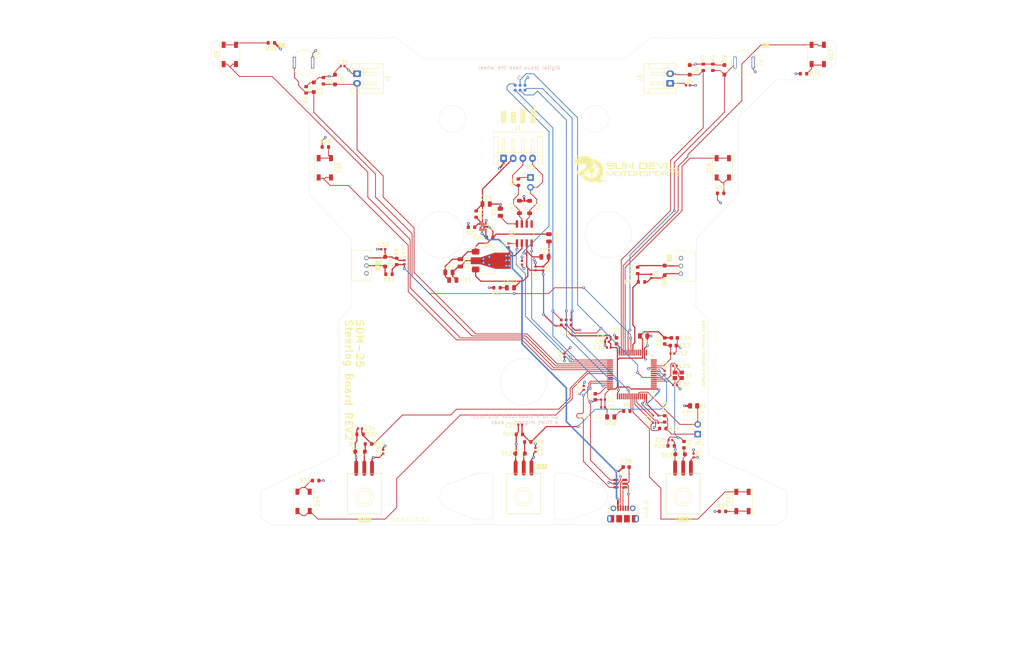
<source format=kicad_pcb>
(kicad_pcb (version 20241229) (generator "pcbnew") (generator_version "9.0")
  (title_block (title "SDM-25 Steering Wheel PCB") (date "2025-03-12") (rev "B"))
  (layers (0 "F.Cu" signal) (4 "In1.Cu" signal) (6 "In2.Cu" signal) (2 "B.Cu" signal) (13 "F.Paste" user) (15 "B.Paste" user) (5 "F.SilkS" user "F.Silkscreen") (7 "B.SilkS" user "B.Silkscreen") (1 "F.Mask" user) (3 "B.Mask" user) (25 "Edge.Cuts" user))
  (net 0 "")
  (net 1 "/BUTTON_LC")
  (net 2 "/VCAP_1")
  (net 3 "/BUTTON_AS")
  (net 4 "/VCAP_2")
  (net 5 "GND")
  (net 6 "+3.3V")
  (net 7 "VCC")
  (net 8 "/HSE_OUT")
  (net 9 "/CANH")
  (net 10 "/CANL")
  (net 11 "/LED1")
  (net 12 "/LED2")
  (net 13 "/LED3")
  (net 14 "/LED4")
  (net 15 "/LED5")
  (net 16 "/LED6")
  (net 17 "Net-(U1-VDDA)")
  (net 18 "/HSE_IN")
  (net 19 "/D+")
  (net 20 "Net-(D9-A1)")
  (net 21 "Net-(D10-A1)")
  (net 22 "Net-(D14-A1)")
  (net 23 "Net-(D15-A1)")
  (net 24 "Net-(D16-A1)")
  (net 25 "Net-(D17-A1)")
  (net 28 "/D-")
  (net 29 "/NRST")
  (net 30 "/SWDIO")
  (net 31 "/SWO")
  (net 32 "/SWCLK")
  (net 33 "/BOOT0")
  (net 34 "Net-(JP2-A)")
  (net 35 "/POT_ETC")
  (net 36 "/POT_TC")
  (net 37 "/POT_LARB")
  (net 38 "/POT_MAP")
  (net 39 "/POT_RARB")
  (net 40 "/Rs")
  (net 41 "/AIN2")
  (net 42 "/AIN3")
  (net 43 "/AIN1")
  (net 44 "/USER_LED")
  (net 45 "/AIN5")
  (net 47 "/CRX")
  (net 49 "/CTX")
  (net 52 "VBUS")
  (net 56 "/USB_D-")
  (net 57 "/USB_D+")
  (net 58 "+5VD")
  (net 59 "/SHIFT1")
  (net 60 "/SHIFT2")
  (net 62 "Net-(LED2-K)")
  (net 63 "/I2C1_SCL")
  (net 64 "/I2C1_SDA")
  (net 65 "/AIN6")
  (net 66 "Net-(U7-PR1)")
  (net 67 "Net-(U7-ST)")
  (net 89 "/AIN4")
  (net 90 "Net-(D18-K)")
  (footprint "Capacitor_SMD:C_0805_2012Metric" (layer "F.Cu") (at 183.05 103 180)
    (property "Reference" "C11")
    (property "Value" "10uF")
  )
  (footprint "Resistor_SMD:R_0603_1608Metric" (layer "F.Cu") (at 100.5 54)
    (property "Reference" "R28")
    (property "Value" "330")
  )
  (footprint "Resistor_SMD:R_0603_1608Metric" (layer "F.Cu") (at 190.175 131.5)
    (property "Reference" "R26")
    (property "Value" "2k")
  )
  (footprint "Resistor_SMD:R_0603_1608Metric" (layer "F.Cu") (at 203 66)
    (property "Reference" "R34")
    (property "Value" "330")
  )
  (footprint "Capacitor_SMD:C_0805_2012Metric" (layer "F.Cu") (at 158.5 77.55 -90)
    (property "Reference" "C15")
    (property "Value" "10uF")
  )
  (footprint "MountingHole:MountingHole_3.2mm_M3" (layer "F.Cu") (at 179.921122 45.487913)
    (property "Reference" "H2" (hide yes))
    (property "Value" "M3" (hide yes))
  )
  (footprint "MountingHole:MountingHole_3.2mm_M3" (layer "F.Cu") (at 123.921122 127.5)
    (property "Reference" "H6" (hide yes))
    (property "Value" "M3" (hide yes))
  )
  (footprint "Library:SOT-5X3" (layer "F.Cu") (at 142.865 74.67 -90)
    (property "Reference" "U7")
    (property "Value" "TPS2116")
  )
  (footprint "Capacitor_SMD:C_0603_1608Metric" (layer "F.Cu") (at 190.725 105.5 180)
    (property "Reference" "C13")
    (property "Value" "1uF")
  )
  (footprint "Connector_PinHeader_2.54mm:PinHeader_1x02_P2.54mm_Vertical" (layer "F.Cu") (at 197.0625 128.467058 180)
    (property "Reference" "JP1")
    (property "Value" "BOOT")
  )
  (footprint "Capacitor_SMD:C_0402_1005Metric" (layer "F.Cu") (at 190 130)
    (property "Reference" "C26")
    (property "Value" "100n")
  )
  (footprint "Resistor_SMD:R_0603_1608Metric" (layer "F.Cu") (at 143.125 77.45 180)
    (property "Reference" "R23")
    (property "Value" "10k")
  )
  (footprint "Package_QFP:LQFP-64_10x10mm_P0.5mm" (layer "F.Cu") (at 180 113 180)
    (property "Reference" "U1")
    (property "Value" "STM32F405RGT6")
  )
  (footprint "MountingHole:MountingHole_3.2mm_M3" (layer "F.Cu") (at 221.921122 30.987913)
    (property "Reference" "H1" (hide yes))
    (property "Value" "M3" (hide yes))
  )
  (footprint "Capacitor_SMD:C_0805_2012Metric" (layer "F.Cu") (at 133.55 88.5)
    (property "Reference" "C21")
    (property "Value" "10uF")
  )
  (footprint "Capacitor_SMD:C_0402_1005Metric" (layer "F.Cu") (at 148 79.5 90)
    (property "Reference" "C27")
    (property "Value" "100nF")
  )
  (footprint "Capacitor_SMD:C_0603_1608Metric" (layer "F.Cu") (at 170.5 118.775 90)
    (property "Reference" "C4")
    (property "Value" "2.2uF")
  )
  (footprint "Diode_SMD:D_SOD-323_HandSoldering" (layer "F.Cu") (at 116 83.75 -90)
    (property "Reference" "D7")
    (property "Value" "TVS")
  )
  (footprint "MountingHole:MountingHole_3.2mm_M3" (layer "F.Cu") (at 123.921122 45.487913)
    (property "Reference" "H4" (hide yes))
    (property "Value" "M3" (hide yes))
  )
  (footprint "Resistor_SMD:R_0603_1608Metric" (layer "F.Cu") (at 86.5 27 180)
    (property "Reference" "R20")
    (property "Value" "330")
  )
  (footprint "LED_SMD:LED_Cree-PLCC4_5x5mm_CW" (layer "F.Cu") (at 94.85 145.9 90)
    (property "Reference" "D14")
    (property "Value" "LTST-C235KGKRKT")
  )
  (footprint "Capacitor_SMD:C_0402_1005Metric" (layer "F.Cu") (at 115.48 133 90)
    (property "Reference" "C35")
    (property "Value" "100nF")
  )
  (footprint "Capacitor_SMD:C_0402_1005Metric" (layer "F.Cu") (at 121 83.87 90)
    (property "Reference" "C17")
    (property "Value" "100n")
  )
  (footprint "Capacitor_SMD:C_0402_1005Metric" (layer "F.Cu") (at 188.5 112.52 -90)
    (property "Reference" "C2")
    (property "Value" "100nF")
  )
  (footprint "Capacitor_SMD:C_0402_1005Metric" (layer "F.Cu") (at 185 87.5 -90)
    (property "Reference" "C18")
    (property "Value" "100n")
  )
  (footprint "Connector_USB:USB_Micro-B_Molex-105017-0001" (layer "F.Cu") (at 177.7 149.165)
    (property "Reference" "J4")
    (property "Value" "USB_B_Micro")
  )
  (footprint "Connector_PinHeader_2.54mm:PinHeader_1x02_P2.54mm_Vertical" (layer "F.Cu") (at 153.7 61.9)
    (property "Reference" "JP2")
    (property "Value" "Bus Term." (hide yes))
  )
  (footprint "Diode_SMD:D_SOD-323_HandSoldering" (layer "F.Cu") (at 204 34 -90)
    (property "Reference" "D2")
    (property "Value" "TVS")
  )
  (footprint "Dial Potentiometer:P081N-271F2CBR10K" (layer "F.Cu") (at 196.546122 84.862913)
    (property "Reference" "POT2" (hide yes))
    (property "Value" "~" (hide yes))
  )
  (footprint "Resistor_SMD:R_0603_1608Metric" (layer "F.Cu") (at 224.5 35)
    (property "Reference" "R35")
    (property "Value" "330")
  )
  (footprint "LED_SMD:LED_Cree-PLCC4_5x5mm_CW" (layer "F.Cu") (at 203.575 59.4 -90)
    (property "Reference" "D16")
    (property "Value" "LTST-C235KGKRKT")
  )
  (footprint "Capacitor_SMD:C_0402_1005Metric" (layer "F.Cu") (at 115.52 80.5)
    (property "Reference" "C33")
    (property "Value" "100nF")
  )
  (footprint "Resistor_SMD:R_0603_1608Metric" (layer "F.Cu") (at 139.6 71.4 -90)
    (property "Reference" "R19")
    (property "Value" "10k")
  )
  (footprint "Library:SOD-123FL" (layer "F.Cu") (at 150.825 69.55 90)
    (property "Reference" "D3")
    (property "Value" "TVS")
  )
  (footprint "Resistor_SMD:R_0805_2012Metric" (layer "F.Cu") (at 145.896122 70.925413 90)
    (property "Reference" "R2")
    (property "Value" "10k" (hide yes))
  )
  (footprint "Capacitor_SMD:C_0402_1005Metric" (layer "F.Cu") (at 174.02 103.5)
    (property "Reference" "C8")
    (property "Value" "100nF")
  )
  (footprint "Diode_SMD:D_SOD-323_HandSoldering" (layer "F.Cu") (at 195 34 -90)
    (property "Reference" "D6")
    (property "Value" "TVS")
  )
  (footprint "Resistor_SMD:R_0603_1608Metric" (layer "F.Cu") (at 201 33.325 -90)
    (property "Reference" "R4")
    (property "Value" "220")
  )
  (footprint "Crystal:Crystal_SMD_2520-4Pin_2.5x2.0mm" (layer "F.Cu") (at 192.025 113.2)
    (property "Reference" "Y1")
    (property "Value" "12MHz")
  )
  (footprint "Resistor_SMD:R_0603_1608Metric" (layer "F.Cu") (at 119 83.675 90)
    (property "Reference" "R9")
    (property "Value" "2k")
  )
  (footprint "Capacitor_SMD:C_0402_1005Metric" (layer "F.Cu") (at 162.5 108 90)
    (property "Reference" "C40")
    (property "Value" "100nF")
  )
  (footprint "Capacitor_SMD:C_0805_2012Metric" (layer "F.Cu") (at 132.55 86.5)
    (property "Reference" "C22")
    (property "Value" "10uF")
  )
  (footprint "LED_SMD:LED_Cree-PLCC4_5x5mm_CW" (layer "F.Cu") (at 100.37 59.385 90)
    (property "Reference" "D10")
    (property "Value" "LTST-C235KGKRKT")
  )
  (footprint "Resistor_SMD:R_0603_1608Metric" (layer "F.Cu") (at 182.5 89)
    (property "Reference" "R11")
    (property "Value" "2k")
  )
  (footprint "Resistor_SMD:R_0603_1608Metric" (layer "F.Cu") (at 150.55 63.125 90)
    (property "Reference" "R5")
    (property "Value" "120" (hide yes))
  )
  (footprint "Package_TO_SOT_SMD:SOT-23-6" (layer "F.Cu") (at 177 141.306043 180)
    (property "Reference" "U5")
    (property "Value" "USBLC6-2SC6" (hide yes))
  )
  (footprint "Capacitor_SMD:C_0402_1005Metric" (layer "F.Cu") (at 191.13 110.7 180)
    (property "Reference" "C19")
    (property "Value" "10pF")
  )
  (footprint "Capacitor_SMD:C_0603_1608Metric" (layer "F.Cu") (at 178.5 137)
    (property "Reference" "C28")
    (property "Value" "1uF")
  )
  (footprint "Package_SO:SOIC-8_3.9x4.9mm_P1.27mm" (layer "F.Cu") (at 152.091122 76.437913 90)
    (property "Reference" "U3")
    (property "Value" "SN65HVD230" (hide yes))
  )
  (footprint "Resistor_SMD:R_0603_1608Metric" (layer "F.Cu") (at 98 140.5 180)
    (property "Reference" "R32")
    (property "Value" "330")
  )
  (footprint "LED_SMD:LED_Cree-PLCC4_5x5mm_CW" (layer "F.Cu") (at 228.2 30 -90)
    (property "Reference" "D17")
    (property "Value" "LTST-C235KGKRKT")
  )
  (footprint "Push Button:8631CQD2" (layer "F.Cu") (at 209.099122 32.095413 -90)
    (property "Reference" "B2")
    (property "Value" "Conn_01x02" (hide yes))
  )
  (footprint "Connector_JST:JST_EH_S4B-EH_1x04_P2.50mm_Horizontal" (layer "F.Cu") (at 146.721122 56.937913)
    (property "Reference" "J1")
    (property "Value" "Conn_01x04_Socket")
  )
  (footprint "Capacitor_SMD:C_0805_2012Metric" (layer "F.Cu") (at 135.5 84.05 -90)
    (property "Reference" "C23")
    (property "Value" "10uF")
  )
  (footprint "Capacitor_SMD:C_0402_1005Metric" (layer "F.Cu") (at 196 134 90)
    (property "Reference" "C38")
    (property "Value" "100nF")
  )
  (footprint "Resistor_SMD:R_0603_1608Metric" (layer "F.Cu") (at 203.5 148.5)
    (property "Reference" "R33")
    (property "Value" "330")
  )
  (footprint "Connector_JST:JST_EH_S2B-EH_1x02_P2.50mm_Horizontal" (layer "F.Cu") (at 108.721122 34.987913 -90)
    (property "Reference" "J2")
    (property "Value" "Conn_01x02" (hide yes))
  )
  (footprint "Capacitor_SMD:C_0402_1005Metric" (layer "F.Cu") (at 174.02 106)
    (property "Reference" "C10")
    (property "Value" "100nF")
  )
  (footprint "Library:P081N-271F2CBR10K" (layer "F.Cu") (at 193.296122 144.737913 180)
    (property "Reference" "POT5" (hide yes))
    (property "Value" "~" (hide yes))
    (fp_rect (start -4.35 -4.35) (end 4.35 6) (stroke (width 0.05)) (fill no) (layer "Edge.Cuts"))
  )
  (footprint "LED_SMD:LED_0805_2012Metric" (layer "F.Cu") (at 148.5 90.5)
    (property "Reference" "LED2")
    (property "Value" "RED")
  )
  (footprint "MountingHole:MountingHole_3.2mm_M3" (layer "F.Cu") (at 88.421122 147.487913)
    (property "Reference" "H5" (hide yes))
    (property "Value" "M3" (hide yes))
  )
  (footprint "Capacitor_SMD:C_0402_1005Metric" (layer "F.Cu") (at 172.52 121.5)
    (property "Reference" "C7")
    (property "Value" "100nF")
  )
  (footprint "Library:P081N-271F2CBR10K" (layer "F.Cu") (at 151.946122 144.712913 180)
    (property "Reference" "POT4" (hide yes))
    (property "Value" "~" (hide yes))
    (fp_rect (start -4.35 -4.35) (end 4.35 6) (stroke (width 0.05)) (fill no) (layer "Edge.Cuts"))
  )
  (footprint "Capacitor_SMD:C_0402_1005Metric" (layer "F.Cu") (at 172.52 119.5)
    (property "Reference" "C1")
    (property "Value" "100nF")
  )
  (footprint "Connector:Tag-Connect_TC2030-IDC-NL_2x03_P1.27mm_Vertical" (layer "F.Cu") (at 162.96 99.484)
    (property "Reference" "J6")
    (property "Value" "Conn_ARM_SWD_TagConnect_TC2030")
  )
  (footprint "Push Button:8631CQD2" (layer "F.Cu") (at 94.835627 32.112913 -90)
    (property "Reference" "B1")
    (property "Value" "Conn_01x02" (hide yes))
  )
  (footprint "Resistor_SMD:R_0603_1608Metric" (layer "F.Cu") (at 188.5 124.5 90)
    (property "Reference" "R13")
    (property "Value" "2.7k")
  )
  (footprint "Capacitor_SMD:C_0402_1005Metric" (layer "F.Cu") (at 155 132.5 90)
    (property "Reference" "C32")
    (property "Value" "100nF")
  )
  (footprint "Resistor_SMD:R_0603_1608Metric" (layer "F.Cu") (at 138.4 74.8 180)
    (property "Reference" "R21")
    (property "Value" "10k")
  )
  (footprint "Capacitor_SMD:C_0402_1005Metric" (layer "F.Cu") (at 155 85.5 -90)
    (property "Reference" "C6")
    (property "Value" "100nF")
  )
  (footprint "Resistor_SMD:R_0603_1608Metric" (layer "F.Cu") (at 150.825 128.5 180)
    (property "Reference" "R24")
    (property "Value" "2k")
  )
  (footprint "MountingHole:MountingHole_3.2mm_M3" (layer "F.Cu") (at 215.421122 147.487913)
    (property "Reference" "H7" (hide yes))
    (property "Value" "M3" (hide yes))
  )
  (footprint "LED_SMD:LED_Cree-PLCC4_5x5mm_CW" (layer "F.Cu") (at 75.725 30 90)
    (property "Reference" "D9")
    (property "Value" "LTST-C235KGKRKT")
  )
  (footprint "Resistor_SMD:R_0603_1608Metric" (layer "F.Cu") (at 188 127)
    (property "Reference" "R14")
    (property "Value" "2.7k")
  )
  (footprint "Capacitor_SMD:C_0603_1608Metric" (layer "F.Cu") (at 176 104.275 90)
    (property "Reference" "C3")
    (property "Value" "2.2uF")
  )
  (footprint "MountingHole:MountingHole_3.2mm_M3" (layer "F.Cu") (at 179.921122 127.5)
    (property "Reference" "H8" (hide yes))
    (property "Value" "M3" (hide yes))
  )
  (footprint "Package_TO_SOT_SMD:SOT-223-3_TabPin2" (layer "F.Cu") (at 142.625 83.45)
    (property "Reference" "U6")
    (property "Value" "MIC37100-3.3WS")
  )
  (footprint "Resistor_SMD:R_0603_1608Metric" (layer "F.Cu") (at 181.5 86 90)
    (property "Reference" "R16")
    (property "Value" "1k")
  )
  (footprint "Resistor_SMD:R_0805_2012Metric" (layer "F.Cu") (at 196 121.127058)
    (property "Reference" "R1")
    (property "Value" "10k" (hide yes))
  )
  (footprint "Diode_SMD:D_SOD-323_HandSoldering" (layer "F.Cu") (at 188.5 86 90)
    (property "Reference" "D8")
    (property "Value" "TVS")
  )
  (footprint "Resistor_SMD:R_0603_1608Metric" (layer "F.Cu") (at 95.5 39.175 -90)
    (property "Reference" "R3")
    (property "Value" "10k")
  )
  (footprint "Resistor_SMD:R_0603_1608Metric" (layer "F.Cu") (at 145 90.5 180)
    (property "Reference" "R25")
    (property "Value" "220")
  )
  (footprint "Capacitor_SMD:C_0805_2012Metric" (layer "F.Cu") (at 157.45 82.5)
    (property "Reference" "C20")
    (property "Value" "10uF")
  )
  (footprint "Capacitor_SMD:C_0402_1005Metric" (layer "F.Cu") (at 151.02 126 180)
    (property "Reference" "C25")
    (property "Value" "100n")
  )
  (footprint "Library:SOD-123FL" (layer "F.Cu") (at 153.475 69.575 -90)
    (property "Reference" "D4")
    (property "Value" "TVS")
  )
  (footprint "Resistor_SMD:R_0603_1608Metric" (layer "F.Cu") (at 117 87 180)
    (property "Reference" "R15")
    (property "Value" "1k")
  )
  (footprint "Capacitor_SMD:C_0402_1005Metric" (layer "F.Cu") (at 190.5 107.569095 180)
    (property "Reference" "C12")
    (property "Value" "100nF")
  )
  (footprint "Dial Potentiometer:P081N-271F2CBR10K" (layer "F.Cu") (at 107.356122 84.752913 180)
    (property "Reference" "POT1" (hide yes))
    (property "Value" "~" (hide yes))
  )
  (footprint "Capacitor_SMD:C_0402_1005Metric" (layer "F.Cu") (at 151.5 84 90)
    (property "Reference" "C34")
    (property "Value" "100nF")
  )
  (footprint "Resistor_SMD:R_0603_1608Metric" (layer "F.Cu") (at 100 36.825 -90)
    (property "Reference" "R6")
    (property "Value" "10k")
  )
  (footprint "MountingHole:MountingHole_3.2mm_M3" (layer "F.Cu") (at 81.921122 30.987913)
    (property "Reference" "H3" (hide yes))
    (property "Value" "M3" (hide yes))
  )
  (footprint "Capacitor_SMD:C_0402_1005Metric" (layer "F.Cu") (at 109.48 127 180)
    (property "Reference" "C24")
    (property "Value" "100n")
  )
  (footprint "Capacitor_SMD:C_0402_1005Metric" (layer "F.Cu") (at 167.5 116.48 90)
    (property "Reference" "C37")
    (property "Value" "100nF")
  )
  (footprint "Capacitor_SMD:C_0402_1005Metric" (layer "F.Cu") (at 194.52 38)
    (property "Reference" "C39")
    (property "Value" "100nF")
  )
  (footprint "Diode_SMD:D_SOD-323_HandSoldering" (layer "F.Cu") (at 109.5 133)
    (property "Reference" "D11")
    (property "Value" "TVS")
  )
  (footprint "Resistor_SMD:R_0603_1608Metric" (layer "F.Cu") (at 111.675 131 180)
    (property "Reference" "R29")
    (property "Value" "1k")
  )
  (footprint "Capacitor_SMD:C_0402_1005Metric" (layer "F.Cu") (at 104.98 33 180)
    (property "Reference" "C36")
    (property "Value" "100nF")
  )
  (footprint "LOGO" (layer "F.Cu") (at 179.046122 59.662913)
    (property "Reference" "G***" (hide yes))
    (property "Value" "LOGO" (hide yes))
  )
  (footprint "Resistor_SMD:R_0603_1608Metric" (layer "F.Cu") (at 193.5 131.175 -90)
    (property "Reference" "R31")
    (property "Value" "1k")
  )
  (footprint "Diode_SMD:D_SOD-323_HandSoldering" (layer "F.Cu") (at 192.5 133.675)
    (property "Reference" "D13")
    (property "Value" "TVS")
  )
  (footprint "Resistor_SMD:R_0603_1608Metric" (layer "F.Cu") (at 109.5 128.5 180)
    (property "Reference" "R22")
    (property "Value" "2k")
  )
  (footprint "Inductor_SMD:L_0603_1608Metric" (layer "F.Cu") (at 188.5 104.2875 90)
    (property "Reference" "FB1")
    (property "Value" "120R")
  )
  (footprint "Capacitor_SMD:C_0402_1005Metric" (layer "F.Cu") (at 191.15 115.7)
    (property "Reference" "C16")
    (property "Value" "10pF")
  )
  (footprint "Resistor_SMD:R_0603_1608Metric" (layer "F.Cu") (at 198.5 33.325 -90)
    (property "Reference" "R7")
    (property "Value" "10k" (hide yes))
  )
  (footprint "Connector_JST:JST_EH_S2B-EH_1x02_P2.50mm_Horizontal" (layer "F.Cu") (at 189.921122 37.487913 90)
    (property "Reference" "J3")
    (property "Value" "Conn_01x02" (hide yes))
  )
  (footprint "Capacitor_SMD:C_0402_1005Metric" (layer "F.Cu") (at 157 85.5 -90)
    (property "Reference" "C5")
    (property "Value" "100nF")
  )
  (footprint "Diode_SMD:D_SOD-323_HandSoldering" (layer "F.Cu") (at 103 36.5 -90)
    (property "Reference" "D5")
    (property "Value" "TVS")
  )
  (footprint "Diode_SMD:D_SOD-323_HandSoldering" (layer "F.Cu") (at 97.5 38.5 -90)
    (property "Reference" "D1")
    (property "Value" "TVS")
  )
  (footprint "Dial Potentiometer:P081N-271F2CBR10K" (layer "F.Cu") (at 110.596122 144.787913 180)
    (property "Reference" "POT3" (hide yes))
    (property "Value" "~" (hide yes))
    (fp_rect (start -4.35 -4.35) (end 4.35 6) (stroke (width 0.05)) (fill no) (layer "Edge.Cuts"))
  )
  (footprint "Capacitor_SMD:C_0402_1005Metric" (layer "F.Cu") (at 173.52 104.5)
    (property "Reference" "C9")
    (property "Value" "100nF")
  )
  (footprint "Package_TO_SOT_SMD:SOT-353_SC-70-5" (layer "F.Cu") (at 186.15 124.55 90)
    (property "Reference" "U4")
    (property "Value" "24LC01BT-E/LT")
  )
  (footprint "Diode_SMD:D_SOD-323_HandSoldering" (layer "F.Cu") (at 151 133.5)
    (property "Reference" "D12")
    (property "Value" "TVS")
  )
  (footprint "Capacitor_SMD:C_0603_1608Metric" (layer "F.Cu") (at 191 103.5 180)
    (property "Reference" "C14")
    (property "Value" "1uF")
  )
  (footprint "Capacitor_SMD:C_0805_2012Metric" (layer "F.Cu") (at 142.2 68.8)
    (property "Reference" "C29")
    (property "Value" "10uF")
  )
  (footprint "LED_SMD:LED_0805_2012Metric" (layer "F.Cu") (at 174.5 124 180)
    (property "Reference" "D18")
    (property "Value" "GREEN")
  )
  (footprint "LED_SMD:LED_Cree-PLCC4_5x5mm_CW" (layer "F.Cu") (at 208.675 145.925 -90)
    (property "Reference" "D15")
    (property "Value" "LTST-C235KGKRKT")
  )
  (footprint "Resistor_SMD:R_0603_1608Metric" (layer "F.Cu") (at 153 130.5 180)
    (property "Reference" "R30")
    (property "Value" "1k")
  )
  (footprint "Resistor_SMD:R_0603_1608Metric" (layer "F.Cu") (at 178.675 122.5)
    (property "Reference" "R8")
    (property "Value" "220")
  )
  (footprint "Connector:Tag-Connect_TC2030-IDC-NL_2x03_P1.27mm_Vertical" (layer "B.Cu") (at 151 38.635)
    (property "Reference" "J5")
    (property "Value" "Conn_ARM_SWD_TagConnect_TC2030")
  )
  (gr_rect (start 194.422279 122.5725) (end 197.316837 122.882058) (stroke (width 0.1)) (fill no) (layer "F.SilkS"))
  (gr_line (start 197.676837 122.2125) (end 197.731837 122.2125) (stroke (width 0.1)) (layer "F.SilkS"))
  (gr_line (start 192.832128 122.570273) (end 193.622279 122.5725) (stroke (width 0.1)) (layer "F.SilkS"))
  (gr_arc (start 197.731837 122.2125) (mid 197.986376 122.317958) (end 198.091837 122.5725) (stroke (width 0.1)) (layer "F.SilkS"))
  (gr_arc (start 198.091837 123.4275) (mid 197.986379 123.682041) (end 197.731837 123.7875) (stroke (width 0.1)) (layer "F.SilkS"))
  (gr_line (start 193.622279 123.4275) (end 193.622279 122.5725) (stroke (width 0.1)) (layer "F.SilkS"))
  (gr_arc (start 193.222279 122.882058) (mid 192.972564 122.794537) (end 192.832128 122.570273) (stroke (width 0.1)) (layer "F.SilkS"))
  (gr_arc (start 193.982279 123.7875) (mid 193.727739 123.682054) (end 193.622279 123.4275) (stroke (width 0.1)) (layer "F.SilkS"))
  (gr_arc (start 197.676837 123.7875) (mid 197.422259 123.682075) (end 197.316837 123.4275) (stroke (width 0.1)) (layer "F.SilkS"))
  (gr_arc (start 198.881988 122.570273) (mid 198.741568 122.794564) (end 198.491837 122.882058) (stroke (width 0.1)) (layer "F.SilkS"))
  (gr_arc (start 194.037279 122.2125) (mid 194.291856 122.317937) (end 194.397279 122.5725) (stroke (width 0.1)) (layer "F.SilkS"))
  (gr_arc (start 197.316837 122.5725) (mid 197.422262 122.317924) (end 197.676837 122.2125) (stroke (width 0.1)) (layer "F.SilkS"))
  (gr_line (start 194.037279 123.7875) (end 193.982279 123.7875) (stroke (width 0.1)) (layer "F.SilkS"))
  (gr_line (start 193.222279 122.882058) (end 193.622279 122.882058) (stroke (width 0.1)) (layer "F.SilkS"))
  (gr_line (start 193.982279 122.2125) (end 194.037279 122.2125) (stroke (width 0.1)) (layer "F.SilkS"))
  (gr_line (start 198.091837 122.882058) (end 198.491837 122.882058) (stroke (width 0.1)) (layer "F.SilkS"))
  (gr_arc (start 194.397279 123.4275) (mid 194.291823 123.682056) (end 194.037279 123.7875) (stroke (width 0.1)) (layer "F.SilkS"))
  (gr_line (start 197.316837 123.4275) (end 197.316837 122.5725) (stroke (width 0.1)) (layer "F.SilkS"))
  (gr_line (start 197.731837 123.7875) (end 197.676837 123.7875) (stroke (width 0.1)) (layer "F.SilkS"))
  (gr_line (start 194.397279 122.5725) (end 194.397279 123.4275) (stroke (width 0.1)) (layer "F.SilkS"))
  (gr_arc (start 193.622279 122.5725) (mid 193.727707 122.317939) (end 193.982279 122.2125) (stroke (width 0.1)) (layer "F.SilkS"))
  (gr_line (start 198.091837 122.5725) (end 198.881988 122.570273) (stroke (width 0.1)) (layer "F.SilkS"))
  (gr_line (start 198.091837 122.5725) (end 198.091837 123.4275) (stroke (width 0.1)) (layer "F.SilkS"))
  (gr_arc (start 107.099539 77.676727) (mid 107.201419 77.835082) (end 107.237483 78.019888) (stroke (width 0.05)) (layer "Edge.Cuts"))
  (gr_line (start 86.703567 152) (end 151.950749 152) (stroke (width 0.05)) (layer "Edge.Cuts"))
  (gr_line (start 217.283929 36.659362) (end 207.677327 46.265981) (stroke (width 0.05)) (layer "Edge.Cuts"))
  (gr_arc (start 217.283929 36.65936) (mid 217.446141 36.550973) (end 217.637483 36.512913) (stroke (width 0.05)) (layer "Edge.Cuts"))
  (gr_line (start 143.92 150.212213) (end 143.92 139.112213) (stroke (width 0.05)) (layer "Edge.Cuts"))
  (gr_line (start 207.530881 46.619515) (end 207.530881 66.212395) (stroke (width 0.05)) (layer "Edge.Cuts"))
  (gr_line (start 220.130376 143.409315) (end 220.130376 149.875055) (stroke (width 0.05)) (layer "Edge.Cuts"))
  (gr_arc (start 70.871122 27.508192) (mid 70.940593 27.253939) (end 71.1297 27.070339) (stroke (width 0.05)) (layer "Edge.Cuts"))
  (gr_arc (start 229.951494 25.586435) (mid 230.076305 25.602186) (end 230.193239 25.648582) (stroke (width 0.05)) (layer "Edge.Cuts"))
  (gr_line (start 200.04776 133.921369) (end 219.837992 142.954457) (stroke (width 0.05)) (layer "Edge.Cuts"))
  (gr_arc (start 207.530881 46.619515) (mid 207.568935 46.428169) (end 207.677327 46.265962) (stroke (width 0.05)) (layer "Edge.Cuts"))
  (gr_arc (start 86.703567 152) (mid 86.558449 151.978478) (end 86.425825 151.915763) (stroke (width 0.05)) (layer "Edge.Cuts"))
  (gr_line (start 73.950004 25.586435) (end 118.649121 25.615301) (stroke (width 0.05)) (layer "Edge.Cuts"))
  (gr_arc (start 178.116046 31.056909) (mid 177.970994 31.135669) (end 177.808203 31.162913) (stroke (width 0.05)) (layer "Edge.Cuts"))
  (gr_arc (start 217.475673 151.915763) (mid 217.34305 151.978485) (end 217.197931 152) (stroke (width 0.05)) (layer "Edge.Cuts"))
  (gr_arc (start 220.130376 149.875055) (mid 220.071324 150.110776) (end 219.908118 150.290819) (stroke (width 0.05)) (layer "Edge.Cuts"))
  (gr_arc (start 83.771122 143.409315) (mid 83.850519 143.13895) (end 84.063506 142.954457) (stroke (width 0.05)) (layer "Edge.Cuts"))
  (gr_line (start 227.650423 36.512913) (end 217.637483 36.512913) (stroke (width 0.05)) (layer "Edge.Cuts"))
  (gr_line (start 196.664015 78.019888) (end 196.606046 95.238786) (stroke (width 0.05)) (layer "Edge.Cuts"))
  (gr_line (start 139.7268 138.61) (end 143.4203 138.612214) (stroke (width 0.05)) (layer "Edge.Cuts"))
  (gr_line (start 139.7268 150.71) (end 143.4197 150.712213) (stroke (width 0.05)) (layer "Edge.Cuts"))
  (gr_line (start 219.908118 150.290819) (end 217.475673 151.915763) (stroke (width 0.05)) (layer "Edge.Cuts"))
  (gr_arc (start 196.664015 78.019888) (mid 196.700101 77.83509) (end 196.801959 77.676727) (stroke (width 0.05)) (layer "Edge.Cuts"))
  (gr_arc (start 232.771798 27.070339) (mid 232.960917 27.253935) (end 233.030376 27.508192) (stroke (width 0.05)) (layer "Edge.Cuts"))
  (gr_arc (start 207.530881 66.212395) (mid 207.495116 66.398101) (end 207.392934 66.557239) (stroke (width 0.05)) (layer "Edge.Cuts"))
  (gr_line (start 83.99338 150.290819) (end 86.425825 151.915763) (stroke (width 0.05)) (layer "Edge.Cuts"))
  (gr_arc (start 160.4097 150.717786) (mid 160.056341 150.571234) (end 159.91 150.217787) (stroke (width 0.05)) (layer "Edge.Cuts"))
  (gr_line (start 160.4097 150.717786) (end 164.1032 150.72) (stroke (width 0.05)) (layer "Edge.Cuts"))
  (gr_line (start 232.771798 27.070339) (end 230.193239 25.648582) (stroke (width 0.05)) (layer "Edge.Cuts"))
  (gr_arc (start 159.91 139.117787) (mid 160.056557 138.764136) (end 160.4103 138.617787) (stroke (width 0.05)) (layer "Edge.Cuts"))
  (gr_arc (start 104.146122 133.466511) (mid 104.066719 133.736873) (end 103.853738 133.921369) (stroke (width 0.05)) (layer "Edge.Cuts"))
  (gr_line (start 107.237483 78.019888) (end 107.295452 95.238786) (stroke (width 0.05)) (layer "Edge.Cuts"))
  (gr_line (start 199.755376 98.986067) (end 199.755376 133.466511) (stroke (width 0.05)) (layer "Edge.Cuts"))
  (gr_arc (start 126.093295 31.162913) (mid 125.930504 31.13567) (end 125.785452 31.056909) (stroke (width 0.05)) (layer "Edge.Cuts"))
  (gr_line (start 229.951494 25.586435) (end 185.252377 25.615301) (stroke (width 0.05)) (layer "Edge.Cuts"))
  (gr_circle (center 170.410749 46.693917) (end 173.910749 46.693917) (stroke (width 0.05)) (fill no) (layer "Edge.Cuts"))
  (gr_arc (start 184.944857 25.721305) (mid 185.089756 25.642597) (end 185.252377 25.615301) (stroke (width 0.05)) (layer "Edge.Cuts"))
  (gr_arc (start 73.708259 25.648582) (mid 73.82519 25.602173) (end 73.950004 25.586435) (stroke (width 0.05)) (layer "Edge.Cuts"))
  (gr_line (start 96.508564 66.557239) (end 107.099539 77.676727) (stroke (width 0.05)) (layer "Edge.Cuts"))
  (gr_arc (start 196.741784 95.582982) (mid 196.640906 95.423901) (end 196.606046 95.238786) (stroke (width 0.05)) (layer "Edge.Cuts"))
  (gr_line (start 104.146122 98.986067) (end 104.146122 133.466511) (stroke (width 0.05)) (layer "Edge.Cuts"))
  (gr_line (start 76.251075 36.512913) (end 86.264015 36.512913) (stroke (width 0.05)) (layer "Edge.Cuts"))
  (gr_arc (start 227.969055 36.398236) (mid 227.819743 36.483371) (end 227.650423 36.512913) (stroke (width 0.05)) (layer "Edge.Cuts"))
  (gr_line (start 83.771122 143.409315) (end 83.771122 149.875055) (stroke (width 0.05)) (layer "Edge.Cuts"))
  (gr_arc (start 96.224171 46.265962) (mid 96.332549 46.428175) (end 96.370617 46.619515) (stroke (width 0.05)) (layer "Edge.Cuts"))
  (gr_line (start 71.05249 32.36289) (end 75.932443 36.398236) (stroke (width 0.05)) (layer "Edge.Cuts"))
  (gr_circle (center 151.921122 114.887913) (end 157.921122 114.887913) (stroke (width 0.05)) (fill no) (layer "Edge.Cuts"))
  (gr_arc (start 233.030376 31.977568) (mid 232.982777 32.190511) (end 232.849008 32.36289) (stroke (width 0.05)) (layer "Edge.Cuts"))
  (gr_line (start 86.617569 36.65936) (end 96.224171 46.265962) (stroke (width 0.05)) (layer "Edge.Cuts"))
  (gr_arc (start 83.99338 150.290819) (mid 83.830173 150.110776) (end 83.771122 149.875055) (stroke (width 0.05)) (layer "Edge.Cuts"))
  (gr_arc (start 76.251075 36.512913) (mid 76.081755 36.483371) (end 75.932443 36.398236) (stroke (width 0.05)) (layer "Edge.Cuts"))
  (gr_line (start 104.281862 98.643554) (end 107.159714 95.582982) (stroke (width 0.05)) (layer "Edge.Cuts"))
  (gr_arc (start 132.2868 147.869999) (mid 130.184787 144.66) (end 132.2868 141.450001) (stroke (width 0.05)) (layer "Edge.Cuts"))
  (gr_line (start 71.1297 27.070339) (end 73.708259 25.648582) (stroke (width 0.05)) (layer "Edge.Cuts"))
  (gr_line (start 160.4103 138.617787) (end 164.1032 138.62) (stroke (width 0.05)) (layer "Edge.Cuts"))
  (gr_arc (start 200.04776 133.921369) (mid 199.834776 133.736874) (end 199.755376 133.466511) (stroke (width 0.05)) (layer "Edge.Cuts"))
  (gr_line (start 232.849008 32.36289) (end 227.969055 36.398236) (stroke (width 0.05)) (layer "Edge.Cuts"))
  (gr_circle (center 133.490749 46.693917) (end 136.990749 46.693917) (stroke (width 0.05)) (fill no) (layer "Edge.Cuts"))
  (gr_line (start 217.197931 152) (end 151.950749 152) (stroke (width 0.05)) (layer "Edge.Cuts"))
  (gr_line (start 164.1032 150.72) (end 171.5432 147.88) (stroke (width 0.05)) (layer "Edge.Cuts"))
  (gr_line (start 70.871122 31.977568) (end 70.871122 27.508192) (stroke (width 0.05)) (layer "Edge.Cuts"))
  (gr_line (start 159.91 150.217787) (end 159.91 139.117787) (stroke (width 0.05)) (layer "Edge.Cuts"))
  (gr_circle (center 130.421122 76.787913) (end 136.421122 76.787913) (stroke (width 0.05)) (fill no) (layer "Edge.Cuts"))
  (gr_circle (center 173.921122 76.787913) (end 179.921122 76.787913) (stroke (width 0.05)) (fill no) (layer "Edge.Cuts"))
  (gr_arc (start 96.508564 66.557239) (mid 96.406381 66.398101) (end 96.370617 66.212395) (stroke (width 0.05)) (layer "Edge.Cuts"))
  (gr_arc (start 107.295452 95.238786) (mid 107.260592 95.423902) (end 107.159714 95.582982) (stroke (width 0.05)) (layer "Edge.Cuts"))
  (gr_arc (start 104.146122 98.986067) (mid 104.181294 98.801852) (end 104.281862 98.643554) (stroke (width 0.05)) (layer "Edge.Cuts"))
  (gr_line (start 207.392934 66.557239) (end 196.801959 77.676727) (stroke (width 0.05)) (layer "Edge.Cuts"))
  (gr_arc (start 143.92 150.212213) (mid 143.773447 150.565872) (end 143.4197 150.712213) (stroke (width 0.05)) (layer "Edge.Cuts"))
  (gr_line (start 96.370617 46.619515) (end 96.370617 66.212395) (stroke (width 0.05)) (layer "Edge.Cuts"))
  (gr_arc (start 118.649121 25.615301) (mid 118.811742 25.642596) (end 118.956641 25.721305) (stroke (width 0.05)) (layer "Edge.Cuts"))
  (gr_line (start 118.956641 25.721305) (end 125.785452 31.056909) (stroke (width 0.05)) (layer "Edge.Cuts"))
  (gr_line (start 233.030376 31.977568) (end 233.030376 27.508192) (stroke (width 0.05)) (layer "Edge.Cuts"))
  (gr_line (start 199.619636 98.643554) (end 196.741784 95.582982) (stroke (width 0.05)) (layer "Edge.Cuts"))
  (gr_line (start 126.093295 31.162912) (end 177.8082 31.162913) (stroke (width 0.05)) (layer "Edge.Cuts"))
  (gr_arc (start 143.4203 138.612214) (mid 143.773654 138.758767) (end 143.92 139.112213) (stroke (width 0.05)) (layer "Edge.Cuts"))
  (gr_line (start 139.7268 150.71) (end 132.2868 147.87) (stroke (width 0.05)) (layer "Edge.Cuts"))
  (gr_arc (start 171.5432 141.460001) (mid 173.645213 144.67) (end 171.5432 147.879999) (stroke (width 0.05)) (layer "Edge.Cuts"))
  (gr_line (start 164.1032 138.62) (end 171.5432 141.46) (stroke (width 0.05)) (layer "Edge.Cuts"))
  (gr_line (start 139.7268 138.61) (end 132.2868 141.45) (stroke (width 0.05)) (layer "Edge.Cuts"))
  (gr_arc (start 71.05249 32.36289) (mid 70.918736 32.190504) (end 70.871122 31.977568) (stroke (width 0.05)) (layer "Edge.Cuts"))
  (gr_line (start 103.853738 133.921369) (end 84.063506 142.954457) (stroke (width 0.05)) (layer "Edge.Cuts"))
  (gr_line (start 184.944857 25.721305) (end 178.116046 31.056909) (stroke (width 0.05)) (layer "Edge.Cuts"))
  (gr_arc (start 219.837992 142.954457) (mid 220.05098 143.13895) (end 220.130376 143.409315) (stroke (width 0.05)) (layer "Edge.Cuts"))
  (gr_arc (start 86.264015 36.512913) (mid 86.455357 36.550973) (end 86.617569 36.65936) (stroke (width 0.05)) (layer "Edge.Cuts"))
  (gr_arc (start 199.619636 98.643554) (mid 199.72022 98.801849) (end 199.755376 98.986067) (stroke (width 0.05)) (layer "Edge.Cuts"))
  (gr_text "CANH" (at 154.975 47.925 90) (layer "F.SilkS" knockout) (effects (font (size 1 1) (thickness 0.1)) (justify left bottom)))
  (gr_text "GND" (at 147.35 47.85 90) (layer "F.SilkS" knockout) (effects (font (size 1 1) (thickness 0.1)) (justify left bottom)))
  (gr_text "AS" (at 213.675 28.3 0) (layer "F.SilkS" knockout) (effects (font (size 1 1) (thickness 0.1)) (justify left bottom)))
  (gr_text "LARB" (at 108.72 151.35 0) (layer "F.SilkS" knockout) (effects (font (size 1 1) (thickness 0.1)) (justify left bottom)))
  (gr_text "ETC" (at 113.525 83.275 270) (layer "F.SilkS" knockout) (effects (font (size 1 1) (thickness 0.1)) (justify left bottom)))
  (gr_text "CANH" (at 152.35 47.925 90) (layer "F.SilkS" knockout) (effects (font (size 1 1) (thickness 0.1)) (justify left bottom)))
  (gr_text "TC" (at 190.35 83.7 90) (layer "F.SilkS" knockout) (effects (font (size 1 1) (thickness 0.1)) (justify left bottom)))
  (gr_text "MAP" (at 155 137.5 0) (layer "F.SilkS" knockout) (effects (font (size 1 1) (thickness 0.1)) (justify left bottom)))
  (gr_text "VCC" (at 149.85 47.775 90) (layer "F.SilkS" knockout) (effects (font (size 1 1) (thickness 0.1)) (justify left bottom)))
  (gr_text "USER_LED" (at 165 124.5 0) (layer "F.SilkS") (effects (font (size 1 1) (thickness 0.1)) (justify left bottom)))
  (gr_text "software defined vehicles baby!" (at 199 116 90) (layer "F.SilkS") (effects (font (size 0.7 0.7) (thickness 0.125) (bold yes)) (justify left bottom)))
  (gr_text "RARB" (at 191.38 151.14 0) (layer "F.SilkS" knockout) (effects (font (size 1 1) (thickness 0.1)) (justify left bottom)))
  (gr_text "USB_B" (at 184.2 150.4 90) (layer "F.SilkS") (effects (font (size 1 1) (thickness 0.1)) (justify left bottom)))
  (gr_text "SDM-25\nSteering Board REV2" (at 105.5 98.5 270) (layer "F.SilkS") (effects (font (size 1.8 2) (thickness 0.35) (bold yes)) (justify left bottom)))
  (gr_text "LC" (at 88.175 28.275 0) (layer "F.SilkS" knockout) (effects (font (size 1 1) (thickness 0.1)) (justify left bottom)))
  (gr_text "JLCJLCJLCJLC" (at 117.2 151.2 0) (layer "F.SilkS") (effects (font (size 1 1) (thickness 0.1)) (justify left bottom)))
  (gr_text "digital jesus take the wheel" (at 161.5 34 0) (layer "B.SilkS") (effects (font (size 1 1) (thickness 0.1)) (justify left bottom mirror)))
  (gr_text "go to a steakhouse and order\na fillet mignon - evan" (at 161 125.96 0) (layer "B.SilkS") (effects (font (size 1 1) (thickness 0.1)) (justify left bottom mirror)))
  (segment (start 92.475627 35.975627) (end 92.475627 32.112913) (width 0.2) (layer "F.Cu") (net 1))
  (segment (start 123 87.5) (end 138.5 103) (width 0.2) (layer "F.Cu") (net 1))
  (segment (start 160.25 110.75) (end 174.325 110.75) (width 0.2) (layer "F.Cu") (net 1))
  (segment (start 95.75 39.75) (end 95.5 40) (width 0.2) (layer "F.Cu") (net 1))
  (segment (start 93.5 38) (end 93.5 37) (width 0.2) (layer "F.Cu") (net 1))
  (segment (start 152.5 103) (end 160.25 110.75) (width 0.2) (layer "F.Cu") (net 1))
  (segment (start 93.5 37) (end 92.475627 35.975627) (width 0.2) (layer "F.Cu") (net 1))
  (segment (start 123 76.5) (end 123 87.5) (width 0.2) (layer "F.Cu") (net 1))
  (segment (start 113.5 67) (end 123 76.5) (width 0.2) (layer "F.Cu") (net 1))
  (segment (start 97.5 45) (end 113.5 61) (width 0.2) (layer "F.Cu") (net 1))
  (segment (start 113.5 61) (end 113.5 67) (width 0.2) (layer "F.Cu") (net 1))
  (segment (start 97.5 39.75) (end 97.5 45) (width 0.2) (layer "F.Cu") (net 1))
  (segment (start 138.5 103) (end 152.5 103) (width 0.2) (layer "F.Cu") (net 1))
  (segment (start 97.5 39.75) (end 95.75 39.75) (width 0.2) (layer "F.Cu") (net 1))
  (segment (start 95.5 40) (end 93.5 38) (width 0.2) (layer "F.Cu") (net 1))
  (segment (start 176.75 107.325) (end 176.75 105.8) (width 0.3) (layer "F.Cu") (net 2))
  (segment (start 176.75 105.8) (end 176.225 105.275) (width 0.3) (layer "F.Cu") (net 2))
  (segment (start 176.225 105.275) (end 176 105.275) (width 0.3) (layer "F.Cu") (net 2))
  (segment (start 179.201 107.276) (end 179.201 106.467176) (width 0.2) (layer "F.Cu") (net 3))
  (segment (start 201 34.15) (end 202.9 34.15) (width 0.2) (layer "F.Cu") (net 3))
  (segment (start 204 45) (end 191 58) (width 0.2) (layer "F.Cu") (net 3))
  (segment (start 202.9 34.15) (end 204 35.25) (width 0.2) (layer "F.Cu") (net 3))
  (segment (start 179 106.266176) (end 179 102) (width 0.2) (layer "F.Cu") (net 3))
  (segment (start 206.739122 32.510878) (end 206.739122 32.095413) (width 0.2) (layer "F.Cu") (net 3))
  (segment (start 191 58) (end 191 70.5) (width 0.2) (layer "F.Cu") (net 3))
  (segment (start 179.201 106.467176) (end 179 106.266176) (width 0.2) (layer "F.Cu") (net 3))
  (segment (start 179 102) (end 179.5 101.5) (width 0.2) (layer "F.Cu") (net 3))
  (segment (start 204 35.25) (end 204 45) (width 0.2) (layer "F.Cu") (net 3))
  (segment (start 204 35.25) (end 206.739122 32.510878) (width 0.2) (layer "F.Cu") (net 3))
  (segment (start 179.25 107.325) (end 179.201 107.276) (width 0.2) (layer "F.Cu") (net 3))
  (via (at 191 70.5) (size 0.7) (drill 0.3) (layers "F.Cu" "B.Cu") (net 3))
  (via (at 179.5 101.5) (size 0.7) (drill 0.3) (layers "F.Cu" "B.Cu") (net 3))
  (segment (start 179.5 101.5) (end 179.5 82) (width 0.2) (layer "B.Cu") (net 3))
  (segment (start 179.5 82) (end 191 70.5) (width 0.2) (layer "B.Cu") (net 3))
  (segment (start 171.5 118) (end 170.5 118) (width 0.2) (layer "F.Cu") (net 4))
  (segment (start 174.325 116.25) (end 173.25 116.25) (width 0.2) (layer "F.Cu") (net 4))
  (segment (start 173.25 116.25) (end 171.5 118) (width 0.2) (layer "F.Cu") (net 4))
  (segment (start 191.15 111.2) (end 190.65 110.7) (width 0.2) (layer "F.Cu") (net 5))
  (segment (start 178.506043 141.306043) (end 178.1375 141.306043) (width 0.2) (layer "F.Cu") (net 5))
  (segment (start 150.825 67.95) (end 152.025 67.95) (width 0.5) (layer "F.Cu") (net 5))
  (segment (start 149.896122 135.787913) (end 149.946122 135.837913) (width 0.35) (layer "F.Cu") (net 5))
  (segment (start 103 34.5) (end 104.5 33) (width 0.2) (layer "F.Cu") (net 5))
  (segment (start 151.456122 80.32311) (end 151.456122 78.912913) (width 0.3) (layer "F.Cu") (net 5))
  (segment (start 150.54 127.96) (end 150 128.5) (width 0.3) (layer "F.Cu") (net 5))
  (segment (start 196 133.52) (end 196 132.5) (width 0.2) (layer "F.Cu") (net 5))
  (segment (start 146.721122 56.937913) (end 146.721122 58.412913) (width 0.5) (layer "F.Cu") (net 5))
  (segment (start 171.99 119.55) (end 172.04 119.5) (width 0.2) (layer "F.Cu") (net 5))
  (segment (start 115.747087 82.752913) (end 116 82.5) (width 0.3) (layer "F.Cu") (net 5))
  (segment (start 165.23244 101.5) (end 164.23 100.49756) (width 0.3) (layer "F.Cu") (net 5))
  (segment (start 178.490552 141.306043) (end 178.1375 141.306043) (width 0.2) (layer "F.Cu") (net 5))
  (segment (start 184 105.5) (end 184 103) (width 0.3) (layer "F.Cu") (net 5))
  (segment (start 173.04 104.5) (end 173.04 104) (width 0.3) (layer "F.Cu") (net 5))
  (segment (start 158.5 78.5) (end 158.5 82.4) (width 0.3) (layer "F.Cu") (net 5))
  (segment (start 192.024 113.301) (end 192.623 113.9) (width 0.2) (layer "F.Cu") (net 5))
  (segment (start 111.156122 82.752913) (end 115.747087 82.752913) (width 0.3) (layer "F.Cu") (net 5))
  (segment (start 201.5 32.5) (end 201.75 32.75) (width 0.2) (layer "F.Cu") (net 5))
  (segment (start 100.325 35.675) (end 100 36) (width 0.2) (layer "F.Cu") (net 5))
  (segment (start 158.4 83.6) (end 158.4 82.5) (width 0.3) (layer "F.Cu") (net 5))
  (segment (start 103 35.25) (end 103 34.5) (width 0.2) (layer "F.Cu") (net 5))
  (segment (start 133.5 87.5) (end 134.5 88.5) (width 0.3) (layer "F.Cu") (net 5))
  (segment (start 149.946122 135.837913) (end 149.946122 137.712913) (width 0.35) (layer "F.Cu") (net 5))
  (segment (start 149.579232 82.2) (end 151.456122 80.32311) (width 0.3) (layer "F.Cu") (net 5))
  (segment (start 148.2 82.2) (end 148.2 80.18) (width 0.3) (layer "F.Cu") (net 5))
  (segment (start 183.25 106.25) (end 184 105.5) (width 0.3) (layer "F.Cu") (net 5))
  (segment (start 152.025 67.95) (end 153.45 67.95) (width 0.5) (layer "F.Cu") (net 5))
  (segment (start 187.98 111.52) (end 188.5 112.04) (width 0.2) (layer "F.Cu") (net 5))
  (segment (start 145.896122 70.012913) (end 145.896122 68.937913) (width 0.5) (layer "F.Cu") (net 5))
  (segment (start 191.775 105.225) (end 191.5 105.5) (width 0.2) (layer "F.Cu") (net 5))
  (segment (start 142.125 73.95) (end 142.125 73.075) (width 0.3) (layer "F.Cu") (net 5))
  (segment (start 135.5 85) (end 135 85) (width 0.3) (layer "F.Cu") (net 5))
  (segment (start 108.596122 137.787913) (end 108.596122 135.762913) (width 0.35) (layer "F.Cu") (net 5))
  (segment (start 167.5 115.25) (end 167.5 116) (width 0.2) (layer "F.Cu") (net 5))
  (segment (start 196.25 32.75) (end 196.5 32.5) (width 0.2) (layer "F.Cu") (net 5))
  (segment (start 191.5 105.5) (end 192 105.5) (width 0.2) (layer "F.Cu") (net 5))
  (segment (start 137.05 83.45) (end 135.5 85) (width 0.3) (layer "F.Cu") (net 5))
  (segment (start 191.196122 137.237913) (end 191.196122 133.728878) (width 0.2) (layer "F.Cu") (net 5))
  (segment (start 176 103.725) (end 176 103.5) (width 0.3) (layer "F.Cu") (net 5))
  (segment (start 176 103.275) (end 175.5 102.775) (width 0.3) (layer "F.Cu") (net 5))
  (segment (start 144.175 90.5) (end 143 90.5) (width 0.3) (layer "F.Cu") (net 5))
  (segment (start 133.5 86.5) (end 133.5 87.5) (width 0.3) (layer "F.Cu") (net 5))
  (segment (start 188.912087 86.837913) (end 188.5 87.25) (width 0.3) (layer "F.Cu") (net 5))
  (segment (start 145.896122 68.937913) (end 145.921122 68.912913) (width 0.5) (layer "F.Cu") (net 5))
  (segment (start 195 32.75) (end 196.25 32.75) (width 0.2) (layer "F.Cu") (net 5))
  (segment (start 157 85.02) (end 157 85) (width 0.3) (layer "F.Cu") (net 5))
  (segment (start 151.5 83.52) (end 151.5 82.5) (width 0.2) (layer "F.Cu") (net 5))
  (segment (start 179.1 141.915491) (end 178.490552 141.306043) (width 0.2) (layer "F.Cu") (net 5))
  (segment (start 187.98 111.52) (end 187.71 111.25) (width 0.2) (layer "F.Cu") (net 5))
  (segment (start 145.808209 68.8) (end 145.921122 68.912913) (width 0.3) (layer "F.Cu") (net 5))
  (segment (start 152.025 67.95) (end 152.025 66.825) (width 0.5) (layer "F.Cu") (net 5))
  (segment (start 149.75 133.25) (end 150 133) (width 0.3) (layer "F.Cu") (net 5))
  (segment (start 108.675 128.5) (end 108.675 127.325) (width 0.3) (layer "F.Cu") (net 5))
  (segment (start 170.05 120) (end 170.5 119.55) (width 0.2) (layer "F.Cu") (net 5))
  (segment (start 148.2 80.18) (end 148 79.98) (width 0.3) (layer "F.Cu") (net 5))
  (segment (start 150 131) (end 150 128.5) (width 0.3) (layer "F.Cu") (net 5))
  (segment (start 195.0875 121.127058) (end 193.620709 121.127058) (width 0.5) (layer "F.Cu") (net 5))
  (segment (start 149.846122 137.212913) (end 149.846122 133.596122) (width 0.3) (layer "F.Cu") (net 5))
  (segment (start 186.15 126.35) (end 186.15 125.5) (width 0.2) (layer "F.Cu") (net 5))
  (segment (start 196.5 32.5) (end 198.5 32.5) (width 0.2) (layer "F.Cu") (net 5))
  (segment (start 191.25 133.675) (end 191.25 132.5) (width 0.2) (layer "F.Cu") (net 5))
  (segment (start 185.675 111.25) (end 184.5 111.25) (width 0.2) (layer "F.Cu") (net 5))
  (segment (start 192.721122 86.837913) (end 188.912087 86.837913) (width 0.3) (layer "F.Cu") (net 5))
  (segment (start 179.1 144) (end 179.1 147.275) (width 0.2) (layer "F.Cu") (net 5))
  (segment (start 135 85) (end 133.5 86.5) (width 0.3) (layer "F.Cu") (net 5))
  (segment (start 183.325 89) (end 183.98 89) (width 0.3) (layer "F.Cu") (net 5))
  (segment (start 173.04 104) (end 173.54 103.5) (width 0.3) (layer "F.Cu") (net 5))
  (segment (start 185.5 123.6) (end 182.75 120.85) (width 0.2) (layer "F.Cu") (net 5))
  (segment (start 108.496122 133.996122) (end 108.496122 134.5) (width 0.3) (layer "F.Cu") (net 5))
  (segment (start 142.125 73.075) (end 142.2 73) (width 0.3) (layer "F.Cu") (net 5))
  (segment (start 155 132.02) (end 155 131) (width 0.3) (layer "F.Cu") (net 5))
  (segment (start 108.25 133) (end 108.25 133.75) (width 0.3) (layer "F.Cu") (net 5))
  (segment (start 183.25 107.325) (end 183.25 106.25) (width 0.3) (layer "F.Cu") (net 5))
  (segment (start 155 83.85) (end 155 85.02) (width 0.3) (layer "F.Cu") (net 5))
  (segment (start 173.04 105.5) (end 173.04 104.5) (width 0.3) (layer "F.Cu") (net 5))
  (segment (start 184.5 111.25) (end 184.25 111.5) (width 0.2) (layer "F.Cu") (net 5))
  (segment (start 191.25 131.75) (end 191 131.5) (width 0.2) (layer "F.Cu") (net 5))
  (segment (start 137.575 74.8) (end 137.575 73.825) (width 0.3) (layer "F.Cu") (net 5))
  (segment (start 184 103) (end 185 103) (width 0.3) (layer "F.Cu") (net 5))
  (segment (start 185.75 126.75) (end 186.15 126.35) (width 0.2) (layer "F.Cu") (net 5))
  (segment (start 101.5 35.675) (end 100.325 35.675) (width 0.2) (layer "F.Cu") (net 5))
  (segment (start 191.296122 137.737913) (end 191.296122 135.962913) (width 0.5) (layer "F.Cu") (net 5))
  (segment (start 157 85) (end 158.4 83.6) (width 0.3) (layer "F.Cu") (net 5))
  (segment (start 192.623 113.9) (end 192.9 113.9) (width 0.2) (layer "F.Cu") (net 5))
  (segment (start 191.15 112.5) (end 191.15 111.2) (width 0.2) (layer "F.Cu") (net 5))
  (segment (start 179.1 141.9) (end 178.506043 141.306043) (width 0.2) (layer "F.Cu") (net 5))
  (segment (start 102.575 35.675) (end 103 35.25) (width 0.2) (layer "F.Cu") (net 5))
  (segment (start 108.496122 133.246122) (end 108.25 133) (width 0.3) (layer "F.Cu") (net 5))
  (segment (start 139.475 83.45) (end 137.05 83.45) (width 0.3) (layer "F.Cu") (net 5))
  (segment (start 108.25 133) (end 108.25 130.75) (width 0.3) (layer "F.Cu") (net 5))
  (segment (start 178.1375 141.306043) (end 178.799999 141.306043) (width 0.2) (layer "F.Cu") (net 5))
  (segment (start 164.23 100.49756) (end 164.23 100.119) (width 0.3) (layer "F.Cu") (net 5))
  (segment (start 108.25 130.75) (end 108.675 130.325) (width 0.3) (layer "F.Cu") (net 5))
  (segment (start 191.25 132.5) (end 191.25 131.75) (width 0.2) (layer "F.Cu") (net 5))
  (segment (start 201 32.5) (end 201.5 32.5) (width 0.2) (layer "F.Cu") (net 5))
  (segment (start 195 38) (end 196.5 38) (width 0.2) (layer "F.Cu") (net 5))
  (segment (start 100 36) (end 98.75 36) (width 0.2) (layer "F.Cu") (net 5))
  (segment (start 108.25 133.75) (end 108.496122 133.996122) (width 0.3) (layer "F.Cu") (net 5))
  (segment (start 162.5 107.52) (end 162.5 107.5) (width 0.2) (layer "F.Cu") (net 5))
  (segment (start 198.5 32.5) (end 201 32.5) (width 0.2) (layer "F.Cu") (net 5))
  (segment (start 191.775 103.5) (end 191.775 105.225) (width 0.2) (layer "F.Cu") (net 5))
  (segment (start 179.1 147.275) (end 178.975 147.4) (width 0.2) (layer "F.Cu") (net 5))
  (segment (start 192.5 116.75) (end 191.65 115.9) (width 0.2) (layer "F.Cu") (net 5))
  (segment (start 201.75 32.75) (end 204 32.75) (width 0.2) (layer "F.Cu") (net 5))
  (segment (start 191.5 107.049095) (end 190.98 107.569095) (width 0.2) (layer "F.Cu") (net 5))
  (segment (start 183.25 108.75) (end 183.5 109) (width 0.3) (layer "F.Cu") (net 5))
  (segment (start 170.5 119.55) (end 171.99 119.55) (width 0.2) (layer "F.Cu") (net 5))
  (segment (start 182.75 120.85) (end 182.75 120.5) (width 0.2) (layer "F.Cu") (net 5))
  (segment (start 191 130.52) (end 190.48 130) (width 0.2) (layer "F.Cu") (net 5))
  (segment (start 137.575 73.825) (end 137.6 73.8) (width 0.3) (layer "F.Cu") (net 5))
  (segment (start 182.75 120.5) (end 183.25 120) (width 0.2) (layer "F.Cu") (net 5))
  (segment (start 149.846122 133.596122) (end 149.75 133.5) (width 0.3) (layer "F.Cu") (net 5))
  (segment (start 98.75 36) (end 97.5 37.25) (width 0.2) (layer "F.Cu") (net 5))
  (segment (start 108.675 127.325) (end 109 127) (width 0.3) (layer "F.Cu") (net 5))
  (segment (start 148.2 82.2) (end 149.579232 82.2) (width 0.3) (layer "F.Cu") (net 5))
  (segment (start 153.45 67.95) (end 153.475 67.975) (width 0.5) (layer "F.Cu") (net 5))
  (segment (start 150.54 126) (end 150.54 127.96) (width 0.3) (layer "F.Cu") (net 5))
  (segment (start 108.496122 134.5) (end 108.496122 137.287913) (width 0.3) (layer "F.Cu") (net 5))
  (segment (start 191.196122 133.728878) (end 191.25 133.675) (width 0.2) (layer "F.Cu") (net 5))
  (segment (start 149.896122 135.587913) (end 149.896122 135.787913) (width 0.35) (layer "F.Cu") (net 5))
  (segment (start 187.77 87.98) (end 188.5 87.25) (width 0.3) (layer "F.Cu") (net 5))
  (segment (start 158.5 82.4) (end 158.4 82.5) (width 0.3) (layer "F.Cu") (net 5))
  (segment (start 191.5 105.5) (end 191.5 107.049095) (width 0.2) (layer "F.Cu") (net 5))
  (segment (start 191.65 115.9) (end 191.65 115.72) (width 0.2) (layer "F.Cu") (net 5))
  (segment (start 166.5 101.5) (end 165.23244 101.5) (width 0.3) (layer "F.Cu") (net 5))
  (segment (start 154.65 83.2) (end 154.65 83.5) (width 0.3) (layer "F.Cu") (net 5))
  (segment (start 191.95 112.5) (end 192.024 112.574) (width 0.2) (layer "F.Cu") (net 5))
  (segment (start 117.8 82.5) (end 116 82.5) (width 0.3) (layer "F.Cu") (net 5))
  (segment (start 143.15 68.8) (end 145.808209 68.8) (width 0.3) (layer "F.Cu") (net 5))
  (segment (start 108.675 130.325) (end 108.675 128.5) (width 0.3) (layer "F.Cu") (net 5))
  (segment (start 116 80.5) (end 116 82.5) (width 0.3) (layer "F.Cu") (net 5))
  (segment (start 192 105.5) (end 192.5 106) (width 0.2) (layer "F.Cu") (net 5))
  (segment (start 149.75 133.5) (end 149.75 133.25) (width 0.3) (layer "F.Cu") (net 5))
  (segment (start 101.5 35.675) (end 102.575 35.675) (width 0.2) (layer "F.Cu") (net 5))
  (segment (start 191 131.5) (end 191 130.52) (width 0.2) (layer "F.Cu") (net 5))
  (segment (start 118.15 82.85) (end 117.8 82.5) (width 0.3) (layer "F.Cu") (net 5))
  (segment (start 157 85.02) (end 155 85.02) (width 0.3) (layer "F.Cu") (net 5))
  (segment (start 191.63 115.17) (end 191.63 115.7) (width 0.2) (layer "F.Cu") (net 5))
  (segment (start 146.721122 58.412913) (end 145.621122 59.512913) (width 0.5) (layer "F.Cu") (net 5))
  (segment (start 191.15 112.5) (end 191.95 112.5) (width 0.2) (layer "F.Cu") (net 5))
  (segment (start 96.6 37.25) (end 95.5 38.35) (width 0.2) (layer "F.Cu") (net 5))
  (segment (start 173.54 106) (end 173.04 105.5) (width 0.3) (layer "F.Cu") (net 5))
  (segment (start 119 82.85) (end 118.15 82.85) (width 0.3) (layer "F.Cu") (net 5))
  (segment (start 183.25 120) (end 183.25 118.675) (width 0.2) (layer "F.Cu") (net 5))
  (segment (start 187.71 111.25) (end 185.675 111.25) (width 0.2) (layer "F.Cu") (net 5))
  (segment (start 179.275 140.831042) (end 179.275 137) (width 0.2) (layer "F.Cu") (net 5))
  (segment (start 179.1 141.915491) (end 179.1 144) (width 0.2) (layer "F.Cu") (net 5))
  (segment (start 183.98 89) (end 185 87.98) (width 0.3) (layer "F.Cu") (net 5))
  (segment (start 154.65 83.5) (end 155 83.85) (width 0.3) (layer "F.Cu") (net 5))
  (segment (start 121 83.39) (end 119.54 83.39) (width 0.3) (layer "F.Cu") (net 5))
  (segment (start 178.799999 141.306043) (end 179.275 140.831042) (width 0.2) (layer "F.Cu") (net 5))
  (segment (start 169.5 120) (end 170.05 120) (width 0.2) (layer "F.Cu") (net 5))
  (segment (start 119.54 83.39) (end 119 82.85) (width 0.3) (layer "F.Cu") (net 5))
  (segment (start 115.48 132.52) (end 115.48 132.02) (width 0.3) (layer "F.Cu") (net 5))
  (segment (start 185 87.98) (end 187.77 87.98) (width 0.3) (layer "F.Cu") (net 5))
  (segment (start 97.5 37.25) (end 96.6 37.25) (width 0.2) (layer "F.Cu") (net 5))
  (segment (start 167.75 115) (end 167.5 115.25) (width 0.2) (layer "F.Cu") (net 5))
  (segment (start 192.024 112.574) (end 192.024 113.301) (width 0.2) (layer "F.Cu") (net 5))
  (segment (start 192.9 113.9) (end 191.63 115.17) (width 0.2) (layer "F.Cu") (net 5))
  (segment (start 115.48 132.02) (end 116 131.5) (width 0.3) (layer "F.Cu") (net 5))
  (segment (start 172.04 119.5) (end 172.04 121.5) (width 0.2) (layer "F.Cu") (net 5))
  (segment (start 150 133) (end 150 131) (width 0.3) (layer "F.Cu") (net 5))
  (segment (start 162.5 107.5) (end 164 106) (width 0.2) (layer "F.Cu") (net 5))
  (segment (start 183.25 107.325) (end 183.25 108.75) (width 0.3) (layer "F.Cu") (net 5))
  (segment (start 191.65 115.72) (end 191.63 115.7) (width 0.2) (layer "F.Cu") (net 5))
  (via (at 143 90.5) (size 0.7) (drill 0.3) (layers "F.Cu" "B.Cu") (net 5))
  (via (at 184.25 111.5) (size 0.7) (drill 0.3) (layers "F.Cu" "B.Cu") (net 5))
  (via (at 179.1 144) (size 0.7) (drill 0.3) (layers "F.Cu" "B.Cu") (net 5))
  (via (at 191.25 132.5) (size 0.7) (drill 0.3) (layers "F.Cu" "B.Cu") (net 5))
  (via (at 137.6 73.8) (size 0.7) (drill 0.3) (layers "F.Cu" "B.Cu") (net 5))
  (via (at 142.2 73) (size 0.7) (drill 0.3) (layers "F.Cu" "B.Cu") (net 5))
  (via (at 151.5 82.5) (size 0.7) (drill 0.3) (layers "F.Cu" "B.Cu") (net 5))
  (via (at 185.75 126.75) (size 0.7) (drill 0.3) (layers "F.Cu" "B.Cu") (net 5))
  (via (at 167.75 115) (size 0.7) (drill 0.3) (layers "F.Cu" "B.Cu") (net 5))
  (via (at 154.65 83.2) (size 0.7) (drill 0.3) (layers "F.Cu" "B.Cu") (net 5))
  (via (at 173.04 105.5) (size 0.7) (drill 0.3) (layers "F.Cu" "B.Cu") (net 5))
  (via (at 164 106) (size 0.7) (drill 0.3) (layers "F.Cu" "B.Cu") (net 5))
  (via (at 141.5 84) (size 0.7) (drill 0.3) (layers "F.Cu" "B.Cu") (net 5))
  (via (at 148.2 82.2) (size 0.7) (drill 0.3) (layers "F.Cu" "B.Cu") (net 5))
  (via (at 155 131) (size 0.7) (drill 0.3) (layers "F.Cu" "B.Cu") (net 5))
  (via (at 147.4 83.4) (size 0.7) (drill 0.3) (layers "F.Cu" "B.Cu") (net 5))
  (via (at 184 105.5) (size 0.7) (drill 0.3) (layers "F.Cu" "B.Cu") (net 5))
  (via (at 185 103) (size 0.7) (drill 0.3) (layers "F.Cu" "B.Cu") (net 5))
  (via (at 143 84.5) (size 0.7) (drill 0.3) (layers "F.Cu" "B.Cu") (net 5))
  (via (at 196.5 32.5) (size 0.7) (drill 0.3) (layers "F.Cu" "B.Cu") (net 5))
  (via (at 150 131) (size 0.7) (drill 0.3) (layers "F.Cu" "B.Cu") (net 5))
  (via (at 108.496122 134.5) (size 0.7) (drill 0.3) (layers "F.Cu" "B.Cu") (net 5))
  (via (at 143 82.5) (size 0.7) (drill 0.3) (layers "F.Cu" "B.Cu") (net 5))
  (via (at 166.5 101.5) (size 0.7) (drill 0.3) (layers "F.Cu" "B.Cu") (net 5))
  (via (at 169.5 120) (size 0.7) (drill 0.3) (layers "F.Cu" "B.Cu") (net 5))
  (via (at 155 84) (size 0.7) (drill 0.3) (layers "F.Cu" "B.Cu") (net 5))
  (via (at 145.621122 59.512913) (size 0.7) (drill 0.3) (layers "F.Cu" "B.Cu") (net 5))
  (via (at 148.2 84.8) (size 0.7) (drill 0.3) (layers "F.Cu" "B.Cu") (net 5))
  (via (at 175.5 102.775) (size 0.7) (drill 0.3) (layers "F.Cu" "B.Cu") (net 5))
  (via (at 153 36) (size 0.7) (drill 0.3) (layers "F.Cu" "B.Cu") (net 5))
  (via (at 193.583622 121.089971) (size 0.7) (drill 0.3) (layers "F.Cu" "B.Cu") (net 5))
  (via (at 147.4 82.2) (size 0.7) (drill 0.3) (layers "F.Cu" "B.Cu") (net 5))
  (via (at 196.5 38) (size 0.7) (drill 0.3) (layers "F.Cu" "B.Cu") (net 5))
  (via (at 192.5 106) (size 0.7) (drill 0.3) (layers "F.Cu" "B.Cu") (net 5))
  (via (at 147.4 84.8) (size 0.7) (drill 0.3) (layers "F.Cu" "B.Cu") (net 5))
  (via (at 148.2 83.4) (size 0.7) (drill 0.3) (layers "F.Cu" "B.Cu") (net 5))
  (via (at 196 132.5) (size 0.7) (drill 0.3) (layers "F.Cu" "B.Cu") (net 5))
  (via (at 141.5 83) (size 0.7) (drill 0.3) (layers "F.Cu" "B.Cu") (net 5))
  (via (at 183.5 109) (size 0.7) (drill 0.3) (layers "F.Cu" "B.Cu") (net 5))
  (via (at 192.5 116.75) (size 0.7) (drill 0.3) (layers "F.Cu" "B.Cu") (net 5))
  (via (at 182.75 120.5) (size 0.7) (drill 0.3) (layers "F.Cu" "B.Cu") (net 5))
  (via (at 101.5 35.675) (size 0.7) (drill 0.3) (layers "F.Cu" "B.Cu") (net 5))
  (via (at 152.025 66.825) (size 0.7) (drill 0.3) (layers "F.Cu" "B.Cu") (net 5))
  (via (at 145.921122 68.912913) (size 0.7) (drill 0.3) (layers "F.Cu" "B.Cu") (net 5))
  (via (at 116 131.5) (size 0.7) (drill 0.3) (layers "F.Cu" "B.Cu") (net 5))
  (segment (start 152.27 36.73) (end 153 36) (width 0.2) (layer "B.Cu") (net 5))
  (segment (start 152.27 38) (end 152.27 36.73) (width 0.2) (layer "B.Cu") (net 5))
  (segment (start 176.25 106.25) (end 176 106) (width 0.3) (layer "F.Cu") (net 6))
  (segment (start 156.5 82.5) (end 154.226122 82.5) (width 0.3) (layer "F.Cu") (net 6))
  (segment (start 183.75 120.55) (end 183.85 120.65) (width 0.2) (layer "F.Cu") (net 6))
  (segment (start 157 87) (end 157 85.98) (width 0.3) (layer "F.Cu") (net 6))
  (segment (start 154.226122 82.5) (end 152.726122 81) (width 0.3) (layer "F.Cu") (net 6))
  (segment (start 153.632244 85.98) (end 152.726122 85.073878) (width 0.3) (layer "F.Cu") (net 6))
  (segment (start 179.75 116.75) (end 185.675 116.75) (width 0.3) (layer "F.Cu") (net 6))
  (segment (start 152 81.5) (end 152.226122 81.5) (width 0.2) (layer "F.Cu") (net 6))
  (segment (start 188.5 123.675) (end 186.875 123.675) (width 0.2) (layer "F.Cu") (net 6))
  (segment (start 174.5 105) (end 174.5 106) (width 0.3) (layer "F.Cu") (net 6))
  (segment (start 161.69 100.119) (end 161.4287 100.3803) (width 0.3) (layer "F.Cu") (net 6))
  (segment (start 153 85.347756) (end 153 87.5) (width 0.3) (layer "F.Cu") (net 6))
  (segment (start 188.5 103.5) (end 190.225 103.5) (width 0.35) (layer "F.Cu") (net 6))
  (segment (start 173 119.5) (end 173 118.075) (width 0.2) (layer "F.Cu") (net 6))
  (segment (start 174.148999 102.839) (end 174.5 103.190001) (width 0.3) (layer "F.Cu") (net 6))
  (segment (start 182.75 108.133824) (end 182.75 107.325) (width 0.2) (layer "F.Cu") (net 6))
  (segment (start 152.226122 81.5) (end 152.726122 82) (width 0.2) (layer "F.Cu") (net 6))
  (segment (start 182.75 103.65) (end 182.1 103) (width 0.3) (layer "F.Cu") (net 6))
  (segment (start 197.0625 128.467058) (end 190.292058 128.467058) (width 0.2) (layer "F.Cu") (net 6))
  (segment (start 173 121.5) (end 173 119.5) (width 0.2) (layer "F.Cu") (net 6))
  (segment (start 173.5625 122.0625) (end 173 121.5) (width 0.2) (layer "F.Cu") (net 6))
  (segment (start 176.25 116.25) (end 179.25 116.25) (width 0.3) (layer "F.Cu") (net 6))
  (segment (start 173.07974 102.952) (end 173.19274 102.839) (width 0.3) (layer "F.Cu") (net 6))
  (segment (start 176.25 107.325) (end 176.25 108.133824) (width 0.2) (layer "F.Cu") (net 6))
  (segment (start 176.25 109.25) (end 176.25 116.25) (width 0.3) (layer "F.Cu") (net 6))
  (segment (start 173.19274 102.839) (end 174.148999 102.839) (width 0.3) (layer "F.Cu") (net 6))
  (segment (start 183.176 101.924) (end 186.924 101.924) (width 0.3) (layer "F.Cu") (net 6))
  (segment (start 174.5 103.190001) (end 174.5 103.5) (width 0.3) (layer "F.Cu") (net 6))
  (segment (start 176.25 116.25) (end 175.75 116.75) (width 0.3) (layer "F.Cu") (net 6))
  (segment (start 161.4287 100.3803) (end 160.04874 100.3803) (width 0.3) (layer "F.Cu") (net 6))
  (segment (start 182.75 108.75) (end 176.75 108.75) (width 0.3) (layer "F.Cu") (net 6))
  (segment (start 161.69 100.119) (end 164.523 102.952) (width 0.3) (layer "F.Cu") (net 6))
  (segment (start 153 87.5) (end 151.7 88.8) (width 0.3) (layer "F.Cu") (net 6))
  (segment (start 139.475 87.475) (end 139.475 85.75) (width 0.3) (layer "F.Cu") (net 6))
  (segment (start 182.1 103) (end 183.176 101.924) (width 0.3) (layer "F.Cu") (net 6))
  (segment (start 155 85.98) (end 157 85.98) (width 0.3) (layer "F.Cu") (net 6))
  (segment (start 152.726122 85.073878) (end 152.726122 82) (width 0.3) (layer "F.Cu") (net 6))
  (segment (start 152.571122 79.067913) (end 152.726122 78.912913) (width 0.2) (layer "F.Cu") (net 6))
  (segment (start 157.08422 97.41578) (end 157 97.33156) (width 0.3) (layer "F.Cu") (net 6))
  (segment (start 186.924 101.924) (end 188.5 103.5) (width 0.3) (layer "F.Cu") (net 6))
  (segment (start 189.276 124.451) (end 188.5 123.675) (width 0.2) (layer "F.Cu") (net 6))
  (segment (start 152.726122 81) (end 152.726122 78.912913) (width 0.3) (layer "F.Cu") (net 6))
  (segment (start 176.25 108.133824) (end 176.25 109.25) (width 0.3) (layer "F.Cu") (net 6))
  (segment (start 174.5 104) (end 174.5 103.5) (width 0.3) (layer "F.Cu") (net 6))
  (segment (start 174 104.5) (end 174.5 104) (width 0.3) (layer "F.Cu") (net 6))
  (segment (start 175.75 116.75) (end 174.325 116.75) (width 0.3) (layer "F.Cu") (net 6))
  (segment (start 189.276 126.549) (end 189.276 124.451) (width 0.2) (layer "F.Cu") (net 6))
  (segment (start 183.85 120.65) (end 186.8 123.6) (width 0.3) (layer "F.Cu") (net 6))
  (segment (start 183.75 118.675) (end 183.75 120.55) (width 0.3) (layer "F.Cu") (net 6))
  (segment (start 151.7 88.8) (end 151 88.8) (width 0.3) (layer "F.Cu") (net 6))
  (segment (start 174.325 116.75) (end 173.75 116.75) (width 0.2) (layer "F.Cu") (net 6))
  (segment (start 152.726122 82) (end 152.726122 81) (width 0.3) (layer "F.Cu") (net 6))
  (segment (start 152.726122 85.073878) (end 153 85.347756) (width 0.3) (layer "F.Cu") (net 6))
  (segment (start 188.825 127) (end 189.276 126.549) (width 0.2) (layer "F.Cu") (net 6))
  (segment (start 176 106) (end 174.5 106) (width 0.3) (layer "F.Cu") (net 6))
  (segment (start 176.75 108.75) (end 176.25 109.25) (width 0.3) (layer "F.Cu") (net 6))
  (segment (start 186.75 116.75) (end 187 117) (width 0.2) (layer "F.Cu") (net 6))
  (segment (start 164.523 102.952) (end 173.07974 102.952) (width 0.3) (layer "F.Cu") (net 6))
  (segment (start 140.8 88.8) (end 139.475 87.475) (width 0.3) (layer "F.Cu") (net 6))
  (segment (start 151 88.8) (end 151 88.9375) (width 0.3) (layer "F.Cu") (net 6))
  (segment (start 151 88.8) (end 140.8 88.8) (width 0.3) (layer "F.Cu") (net 6))
  (segment (start 160.04874 100.3803) (end 157.08422 97.41578) (width 0.3) (layer "F.Cu") (net 6))
  (segment (start 174 104.5) (end 174.5 105) (width 0.3) (layer "F.Cu") (net 6))
  (segment (start 186.875 123.675) (end 186.8 123.6) (width 0.2) (layer "F.Cu") (net 6))
  (segment (start 185.675 116.75) (end 186.75 116.75) (width 0.3) (layer "F.Cu") (net 6))
  (segment (start 151 88.9375) (end 149.4375 90.5) (width 0.3) (layer "F.Cu") (net 6))
  (segment (start 173.5625 124) (end 173.5625 122.0625) (width 0.2) (layer "F.Cu") (net 6))
  (segment (start 182.75 107.325) (end 182.75 103.65) (width 0.3) (layer "F.Cu") (net 6))
  (segment (start 182.75 108.133824) (end 182.75 108.75) (width 0.3) (layer "F.Cu") (net 6))
  (segment (start 173 118.075) (end 174.325 116.75) (width 0.2) (layer "F.Cu") (net 6))
  (segment (start 176.25 107.325) (end 176.25 106.25) (width 0.3) (layer "F.Cu") (net 6))
  (segment (start 190.292058 128.467058) (end 188.825 127) (width 0.2) (layer "F.Cu") (net 6))
  (segment (start 179.25 116.25) (end 179.75 116.75) (width 0.2) (layer "F.Cu") (net 6))
  (segment (start 155 85.98) (end 153.632244 85.98) (width 0.3) (layer "F.Cu") (net 6))
  (via (at 157.08422 97.41578) (size 0.7) (drill 0.3) (layers "F.Cu" "B.Cu") (net 6))
  (via (at 152 81.5) (size 0.7) (drill 0.3) (layers "F.Cu" "B.Cu") (net 6))
  (via (at 157 87) (size 0.7) (drill 0.3) (layers "F.Cu" "B.Cu") (net 6))
  (via (at 187 117) (size 0.7) (drill 0.3) (layers "F.Cu" "B.Cu") (net 6))
  (via (at 183.85 120.65) (size 0.7) (drill 0.3) (layers "F.Cu" "B.Cu") (net 6))
  (segment (start 147.6137 38.284451) (end 147.6137 39.1137) (width 0.2) (layer "B.Cu") (net 6))
  (segment (start 158.5 74.5) (end 152 81) (width 0.2) (layer "B.Cu") (net 6))
  (segment (start 149.336301 37.606301) (end 148.29185 37.606301) (width 0.2) (layer "B.Cu") (net 6))
  (segment (start 183.85 120.65) (end 187 117.5) (width 0.3) (layer "B.Cu") (net 6))
  (segment (start 152 81) (end 152 81.5) (width 0.2) (layer "B.Cu") (net 6))
  (segment (start 187 117.5) (end 187 117) (width 0.2) (layer "B.Cu") (net 6))
  (segment (start 157.08422 87.08422) (end 157 87) (width 0.3) (layer "B.Cu") (net 6))
  (segment (start 148.29185 37.606301) (end 147.6137 38.284451) (width 0.2) (layer "B.Cu") (net 6))
  (segment (start 147.6137 39.1137) (end 158.5 50) (width 0.2) (layer "B.Cu") (net 6))
  (segment (start 149.73 38) (end 149.336301 37.606301) (width 0.2) (layer "B.Cu") (net 6))
  (segment (start 158.5 50) (end 158.5 74.5) (width 0.2) (layer "B.Cu") (net 6))
  (segment (start 157.08422 97.41578) (end 157.08422 87.08422) (width 0.3) (layer "B.Cu") (net 6))
  (segment (start 131.6 84.95) (end 131.6 86.5) (width 0.3) (layer "F.Cu") (net 7))
  (segment (start 108.721122 34.987913) (end 107.487913 34.987913) (width 0.2) (layer "F.Cu") (net 7))
  (segment (start 97.195627 32.112913) (end 97.195627 29.804373) (width 0.2) (layer "F.Cu") (net 7))
  (segment (start 143.95 77.45) (end 143.95 75.775) (width 0.3) (layer "F.Cu") (net 7))
  (segment (start 154.5 133.48) (end 155 132.98) (width 0.3) (layer "F.Cu") (net 7))
  (segment (start 140.325 78.95) (end 139.475 79.8) (width 0.3) (layer "F.Cu") (net 7))
  (segment (start 195.296122 135.183878) (end 196 134.48) (width 0.2) (layer "F.Cu") (net 7))
  (segment (start 141.625 75.43) (end 141.625 73.95) (width 0.3) (layer "F.Cu") (net 7))
  (segment (start 158.5 76.6) (end 144.8 76.6) (width 0.3) (layer "F.Cu") (net 7))
  (segment (start 177 140.521595) (end 177 139.4) (width 0.2) (layer "F.Cu") (net 7))
  (segment (start 151.5 85) (end 152 85.5) (width 0.2) (layer "F.Cu") (net 7))
  (segment (start 202.675 148.5) (end 201.5 148.5) (width 0.2) (layer "F.Cu") (net 7))
  (segment (start 99.675 52.325) (end 100.5 51.5) (width 0.2) (layer "F.Cu") (net 7))
  (segment (start 196.98 134.48) (end 197 134.5) (width 0.2) (layer "F.Cu") (net 7))
  (segment (start 154.5 134.5) (end 154.5 133.48) (width 0.3) (layer "F.Cu") (net 7))
  (segment (start 139.475 81.15) (end 137.45 81.15) (width 0.3) (layer "F.Cu") (net 7))
  (segment (start 174.806043 141.306043) (end 175.8625 141.306043) (width 0.2) (layer "F.Cu") (net 7))
  (segment (start 105.46 33) (end 105.5 33) (width 0.2) (layer "F.Cu") (net 7))
  (segment (start 142.45 78.95) (end 140.325 78.95) (width 0.3) (layer "F.Cu") (net 7))
  (segment (start 174.5 141) (end 174.806043 141.306043) (width 0.2) (layer "F.Cu") (net 7))
  (segment (start 105.5 33) (end 106.5 34) (width 0.2) (layer "F.Cu") (net 7))
  (segment (start 223.675 35) (end 222.5 35) (width 0.2) (layer "F.Cu") (net 7))
  (segment (start 143.95 75.775) (end 142.925 74.75) (width 0.3) (layer "F.Cu") (net 7))
  (segment (start 167.5 117) (end 167 117.5) (width 0.2) (layer "F.Cu") (net 7))
  (segment (start 153.946122 135.053878) (end 154.5 134.5) (width 0.3) (layer "F.Cu") (net 7))
  (segment (start 143.95 77.45) (end 142.45 78.95) (width 0.3) (layer "F.Cu") (net 7))
  (segment (start 196 134.48) (end 196.98 134.48) (width 0.2) (layer "F.Cu") (net 7))
  (segment (start 99.675 54) (end 99.675 52.325) (width 0.2) (layer "F.Cu") (net 7))
  (segment (start 137.45 81.15) (end 135.5 83.1) (width 0.3) (layer "F.Cu") (net 7))
  (segment (start 135.5 83.1) (end 133.45 83.1) (width 0.3) (layer "F.Cu") (net 7))
  (segment (start 98.825 140.5) (end 100 140.5) (width 0.2) (layer "F.Cu") (net 7))
  (segment (start 133.45 83.1) (end 131.6 84.95) (width 0.3) (layer "F.Cu") (net 7))
  (segment (start 175.8625 141.306043) (end 176.215552 141.306043) (width 0.2) (layer "F.Cu") (net 7))
  (segment (start 176.215552 141.306043) (end 177 140.521595) (width 0.2) (layer "F.Cu") (net 7))
  (segment (start 151.5 84.48) (end 151.5 85) (width 0.2) (layer "F.Cu") (net 7))
  (segment (start 115.04 80.5) (end 114 80.5) (width 0.3) (layer "F.Cu") (net 7))
  (segment (start 167 117.5) (end 166.5 118) (width 0.2) (layer "F.Cu") (net 7))
  (segment (start 112.596122 137.287913) (end 112.596122 134.903878) (width 0.3) (layer "F.Cu") (net 7))
  (segment (start 144.8 76.6) (end 143.95 77.45) (width 0.3) (layer "F.Cu") (net 7))
  (segment (start 113 134.5) (end 114.46 134.5) (width 0.3) (layer "F.Cu") (net 7))
  (segment (start 153.946122 137.212913) (end 153.946122 135.053878) (width 0.3) (layer "F.Cu") (net 7))
  (segment (start 211.459122 32.095413) (end 211.459122 33.959122) (width 0.2) (layer "F.Cu") (net 7))
  (segment (start 131.6 87.5) (end 132.6 88.5) (width 0.3) (layer "F.Cu") (net 7))
  (segment (start 97.195627 29.804373) (end 98 29) (width 0.2) (layer "F.Cu") (net 7))
  (segment (start 211.459122 33.959122) (end 212 34.5) (width 0.2) (layer "F.Cu") (net 7))
  (segment (start 167.5 116.96) (end 167.5 117) (width 0.2) (layer "F.Cu") (net 7))
  (segment (start 162.5 108.48) (end 162.5 109.5) (width 0.2) (layer "F.Cu") (net 7))
  (segment (start 112.596122 135.587913) (end 112.646122 135.537913) (width 0.5) (layer "F.Cu") (net 7))
  (segment (start 174 141) (end 174.5 141) (width 0.2) (layer "F.Cu") (net 7))
  (segment (start 202.175 66) (end 202.175 67.675) (width 0.2) (layer "F.Cu") (net 7))
  (segment (start 88.9125 28.5875) (end 87.325 27) (width 0.5) (layer "F.Cu") (net 7))
  (segment (start 139.475 79.8) (end 139.475 81.15) (width 0.3) (layer "F.Cu") (net 7))
  (segment (start 107.487913 34.987913) (end 106.5 34) (width 0.2) (layer "F.Cu") (net 7))
  (segment (start 189.921122 37.487913) (end 193.527913 37.487913) (width 0.2) (layer "F.Cu") (net 7))
  (segment (start 193.527913 37.487913) (end 194.04 38) (width 0.2) (layer "F.Cu") (net 7))
  (segment (start 195.296122 137.237913) (end 195.296122 135.183878) (width 0.2) (layer "F.Cu") (net 7))
  (segment (start 112.596122 135.637913) (end 112.596122 135.587913) (width 0.5) (layer "F.Cu") (net 7))
  (segment (start 131.6 86.5) (end 131.6 87.5) (width 0.3) (layer "F.Cu") (net 7))
  (segment (start 114.46 134.5) (end 115.48 133.48) (width 0.3) (layer "F.Cu") (net 7))
  (segment (start 202.175 67.675) (end 203 68.5) (width 0.2) (layer "F.Cu") (net 7))
  (segment (start 112.596122 134.903878) (end 113 134.5) (width 0.3) (layer "F.Cu") (net 7))
  (via (at 100.5 51.5) (size 0.7) (drill 0.3) (layers "F.Cu" "B.Cu") (net 7))
  (via (at 222.5 35) (size 0.7) (drill 0.3) (layers "F.Cu" "B.Cu") (net 7))
  (via (at 106.5 34) (size 0.7) (drill 0.3) (layers "F.Cu" "B.Cu") (net 7))
  (via (at 88.9125 28.5875) (size 0.7) (drill 0.3) (layers "F.Cu" "B.Cu") (net 7))
  (via (at 177 139.4) (size 0.7) (drill 0.3) (layers "F.Cu" "B.Cu") (net 7))
  (via (at 152 85.5) (size 0.7) (drill 0.3) (layers "F.Cu" "B.Cu") (net 7))
  (via (at 100 140.5) (size 0.7) (drill 0.3) (layers "F.Cu" "B.Cu") (net 7))
  (via (at 203 68.5) (size 0.7) (drill 0.3) (layers "F.Cu" "B.Cu") (net 7))
  (via (at 98 29) (size 0.7) (drill 0.3) (layers "F.Cu" "B.Cu") (net 7))
  (via (at 201.5 148.5) (size 0.7) (drill 0.3) (layers "F.Cu" "B.Cu") (net 7))
  (via (at 113 134.5) (size 0.7) (drill 0.3) (layers "F.Cu" "B.Cu") (net 7))
  (via (at 154.5 134.5) (size 0.7) (drill 0.3) (layers "F.Cu" "B.Cu") (net 7))
  (via (at 162.5 109.5) (size 0.7) (drill 0.3) (layers "F.Cu" "B.Cu") (net 7))
  (via (at 166.5 118) (size 0.7) (drill 0.3) (layers "F.Cu" "B.Cu") (net 7))
  (via (at 114 80.5) (size 0.7) (drill 0.3) (layers "F.Cu" "B.Cu") (net 7))
  (via (at 142.925 74.75) (size 0.7) (drill 0.3) (layers "F.Cu" "B.Cu") (net 7))
  (via (at 212 34.5) (size 0.7) (drill 0.3) (layers "F.Cu" "B.Cu") (net 7))
  (via (at 174 141) (size 0.7) (drill 0.3) (layers "F.Cu" "B.Cu") (net 7))
  (via (at 197 134.5) (size 0.7) (drill 0.3) (layers "F.Cu" "B.Cu") (net 7))
  (segment (start 192.9 112.5) (end 191.61 111.21) (width 0.2) (layer "F.Cu") (net 8))
  (segment (start 189.15 114.2) (end 185.725 114.2) (width 0.2) (layer "F.Cu") (net 8))
  (segment (start 191.61 111.21) (end 191.61 110.7) (width 0.2) (layer "F.Cu") (net 8))
  (segment (start 191.61 110.7) (end 190.999 110.089) (width 0.2) (layer "F.Cu") (net 8))
  (segment (start 190.15 113.2) (end 189.15 114.2) (width 0.2) (layer "F.Cu") (net 8))
  (segment (start 190.999 110.089) (end 190.32345 110.089) (width 0.2) (layer "F.Cu") (net 8))
  (segment (start 190.069 113.119) (end 190.15 113.2) (width 0.2) (layer "F.Cu") (net 8))
  (segment (start 190.32345 110.089) (end 190.069 110.34345) (width 0.2) (layer "F.Cu") (net 8))
  (segment (start 185.725 114.2) (end 185.675 114.25) (width 0.2) (layer "F.Cu") (net 8))
  (segment (start 190.069 110.34345) (end 190.069 113.119) (width 0.2) (layer "F.Cu") (net 8))
  (segment (start 150.55 66.375) (end 150.55 63.95) (width 0.2) (layer "F.Cu") (net 9))
  (segment (start 149.075 63.25) (end 149.075 61.35) (width 0.2) (layer "F.Cu") (net 9))
  (segment (start 151.456122 72.631122) (end 150.825 72) (width 0.2) (layer "F.Cu") (net 9))
  (segment (start 151.721122 56.937913) (end 151.721122 58.703878) (width 0.2) (layer "F.Cu") (net 9))
  (segment (start 151.6125 58.8125) (end 151.75 58.675) (width 0.2) (layer "F.Cu") (net 9))
  (segment (start 150.825 71.15) (end 150.825 70.425) (width 0.2) (layer "F.Cu") (net 9))
  (segment (start 149.325 67.6) (end 150.55 66.375) (width 0.2) (layer "F.Cu") (net 9))
  (segment (start 150.825 72) (end 150.825 71.15) (width 0.2) (layer "F.Cu") (net 9))
  (segment (start 151.456122 73.962913) (end 151.456122 72.631122) (width 0.2) (layer "F.Cu") (net 9))
  (segment (start 150.825 70.425) (end 149.325 68.925) (width 0.2) (layer "F.Cu") (net 9))
  (segment (start 149.075 61.35) (end 151.6125 58.8125) (width 0.2) (layer "F.Cu") (net 9))
  (segment (start 150.55 63.95) (end 149.775 63.95) (width 0.2) (layer "F.Cu") (net 9))
  (segment (start 149.775 63.95) (end 149.075 63.25) (width 0.2) (layer "F.Cu") (net 9))
  (segment (start 151.721122 58.703878) (end 151.6125 58.8125) (width 0.2) (layer "F.Cu") (net 9))
  (segment (start 149.325 68.925) (end 149.325 67.6) (width 0.2) (layer "F.Cu") (net 9))
  (segment (start 153.7 65.975) (end 153.7 65.85) (width 0.2) (layer "F.Cu") (net 10))
  (segment (start 152.726122 72.823878) (end 153.475 72.075) (width 0.2) (layer "F.Cu") (net 10))
  (segment (start 153.475 70.45) (end 155.325 68.6) (width 0.2) (layer "F.Cu") (net 10))
  (segment (start 156.85 63.075) (end 156.85 61.25) (width 0.2) (layer "F.Cu") (net 10))
  (segment (start 156.85 61.25) (end 154.221122 58.621122) (width 0.2) (layer "F.Cu") (net 10))
  (segment (start 154.221122 58.621122) (end 154.221122 58.575) (width 0.2) (layer "F.Cu") (net 10))
  (segment (start 155.325 68.6) (end 155.325 67.6) (width 0.2) (layer "F.Cu") (net 10))
  (segment (start 153.7 65.85) (end 153.7 64.44) (width 0.2) (layer "F.Cu") (net 10))
  (segment (start 155.325 67.6) (end 153.7 65.975) (width 0.2) (layer "F.Cu") (net 10))
  (segment (start 153.475 72.075) (end 153.475 71.175) (width 0.2) (layer "F.Cu") (net 10))
  (segment (start 153.7 64.44) (end 155.485 64.44) (width 0.2) (layer "F.Cu") (net 10))
  (segment (start 153.475 71.175) (end 153.475 70.45) (width 0.2) (layer "F.Cu") (net 10))
  (segment (start 154.221122 56.937913) (end 154.221122 58.575) (width 0.2) (layer "F.Cu") (net 10))
  (segment (start 152.726122 73.962913) (end 152.726122 72.823878) (width 0.2) (layer "F.Cu") (net 10))
  (segment (start 155.485 64.44) (end 156.85 63.075) (width 0.2) (layer "F.Cu") (net 10))
  (segment (start 76.5 32.5) (end 77.325 32.5) (width 0.2) (layer "F.Cu") (net 11))
  (segment (start 111.5 60.491791) (end 111.5 67) (width 0.2) (layer "F.Cu") (net 11))
  (segment (start 75.721122 33.187913) (end 75.725 33.184035) (width 0.2) (layer "F.Cu") (net 11))
  (segment (start 152 103.5) (end 159.75 111.25) (width 0.2) (layer "F.Cu") (net 11))
  (segment (start 75.725 33.184035) (end 75.040965 32.5) (width 0.2) (layer "F.Cu") (net 11))
  (segment (start 75.766604 33.233396) (end 78.246122 35.712913) (width 0.2) (layer "F.Cu") (net 11))
  (segment (start 122.5 78) (end 122.5 90.5) (width 0.2) (layer "F.Cu") (net 11))
  (segment (start 122.5 90.5) (end 135.5 103.5) (width 0.2) (layer "F.Cu") (net 11))
  (segment (start 78.246122 35.712913) (end 86.721122 35.712913) (width 0.2) (layer "F.Cu") (net 11))
  (segment (start 86.721122 35.712913) (end 111.5 60.491791) (width 0.2) (layer "F.Cu") (net 11))
  (segment (start 159.75 111.25) (end 174.325 111.25) (width 0.2) (layer "F.Cu") (net 11))
  (segment (start 75.766604 33.233396) (end 76.5 32.5) (width 0.2) (layer "F.Cu") (net 11))
  (segment (start 75.766604 33.233396) (end 75.721122 33.187913) (width 0.2) (layer "F.Cu") (net 11))
  (segment (start 135.5 103.5) (end 152 103.5) (width 0.2) (layer "F.Cu") (net 11))
  (segment (start 111.5 67) (end 122.5 78) (width 0.2) (layer "F.Cu") (net 11))
  (segment (start 75.040965 32.5) (end 74.125 32.5) (width 0.2) (layer "F.Cu") (net 11))
  (segment (start 159.25 111.75) (end 174.325 111.75) (width 0.2) (layer "F.Cu") (net 12))
  (segment (start 134.5 104) (end 151.5 104) (width 0.2) (layer "F.Cu") (net 12))
  (segment (start 98.971792 62.086792) (end 98.77 61.885) (width 0.2) (layer "F.Cu") (net 12))
  (segment (start 122 79.5) (end 122 91.5) (width 0.2) (layer "F.Cu") (net 12))
  (segment (start 99.941604 62.158396) (end 100.341604 62.158396) (width 0.2) (layer "F.Cu") (net 12))
  (segment (start 100.341604 62.158396) (end 100.615 61.885) (width 0.2) (layer "F.Cu") (net 12))
  (segment (start 99.941604 62.158396) (end 101.746122 63.962913) (width 0.2) (layer "F.Cu") (net 12))
  (segment (start 122 91.5) (end 134.5 104) (width 0.2) (layer "F.Cu") (net 12))
  (segment (start 101.746122 63.962913) (end 106.462913 63.962913) (width 0.2) (layer "F.Cu") (net 12))
  (segment (start 99.87 62.086792) (end 99.941604 62.158396) (width 0.2) (layer "F.Cu") (net 12))
  (segment (start 100.615 61.885) (end 101.97 61.885) (width 0.2) (layer "F.Cu") (net 12))
  (segment (start 151.5 104) (end 159.25 111.75) (width 0.2) (layer "F.Cu") (net 12))
  (segment (start 99.87 62.086792) (end 98.971792 62.086792) (width 0.2) (layer "F.Cu") (net 12))
  (segment (start 106.462913 63.962913) (end 122 79.5) (width 0.2) (layer "F.Cu") (net 12))
  (segment (start 98.55 150.5) (end 116 150.5) (width 0.2) (layer "F.Cu") (net 13))
  (segment (start 94.85 149.541792) (end 94.854104 149.545896) (width 0.2) (layer "F.Cu") (net 13))
  (segment (start 96.45 148.4) (end 98.55 150.5) (width 0.2) (layer "F.Cu") (net 13))
  (segment (start 164.551 116.669768) (end 168.470768 112.75) (width 0.2) (layer "F.Cu") (net 13))
  (segment (start 119 147.5) (end 119 140) (width 0.2) (layer "F.Cu") (net 13))
  (segment (start 119 140) (end 135.5 123.5) (width 0.2) (layer "F.Cu") (net 13))
  (segment (start 94.854104 149.545896) (end 94.395896 149.545896) (width 0.2) (layer "F.Cu") (net 13))
  (segment (start 94.395896 149.545896) (end 93.25 148.4) (width 0.2) (layer "F.Cu") (net 13))
  (segment (start 160.279232 123.5) (end 164.551 119.228232) (width 0.2) (layer "F.Cu") (net 13))
  (segment (start 168.470768 112.75) (end 174.325 112.75) (width 0.2) (layer "F.Cu") (net 13))
  (segment (start 94.85 149.541792) (end 95.308208 149.541792) (width 0.2) (layer "F.Cu") (net 13))
  (segment (start 164.551 119.228232) (end 164.551 116.669768) (width 0.2) (layer "F.Cu") (net 13))
  (segment (start 135.5 123.5) (end 160.279232 123.5) (width 0.2) (layer "F.Cu") (net 13))
  (segment (start 116 150.5) (end 119 147.5) (width 0.2) (layer "F.Cu") (net 13))
  (segment (start 95.308208 149.541792) (end 96.45 148.4) (width 0.2) (layer "F.Cu") (net 13))
  (segment (start 197.083977 150.5) (end 187.5 150.5) (width 0.2) (layer "F.Cu") (net 14))
  (segment (start 208.6 143.425) (end 210.275 143.425) (width 0.2) (layer "F.Cu") (net 14))
  (segment (start 184.548 127.048) (end 180.25 122.75) (width 0.2) (layer "F.Cu") (net 14))
  (segment (start 204.158977 143.425) (end 197.083977 150.5) (width 0.2) (layer "F.Cu") (net 14))
  (segment (start 184.548 139.548) (end 184.548 127.048) (width 0.2) (layer "F.Cu") (net 14))
  (segment (start 207.075 143.425) (end 208.6 143.425) (width 0.2) (layer "F.Cu") (net 14))
  (segment (start 187.5 142.5) (end 184.548 139.548) (width 0.2) (layer "F.Cu") (net 14))
  (segment (start 207.075 143.425) (end 204.158977 143.425) (width 0.2) (layer "F.Cu") (net 14))
  (segment (start 187.5 150.5) (end 187.5 142.5) (width 0.2) (layer "F.Cu") (net 14))
  (segment (start 180.25 122.75) (end 180.25 118.675) (width 0.2) (layer "F.Cu") (net 14))
  (segment (start 195.1 56.9) (end 193 59) (width 0.2) (layer "F.Cu") (net 15))
  (segment (start 201.975 56.9) (end 195.1 56.9) (width 0.2) (layer "F.Cu") (net 15))
  (segment (start 178.25 85.25) (end 178.25 107.325) (width 0.2) (layer "F.Cu") (net 15))
  (segment (start 205.175 56.9) (end 201.975 56.9) (width 0.2) (layer "F.Cu") (net 15))
  (segment (start 193 70.5) (end 178.25 85.25) (width 0.2) (layer "F.Cu") (net 15))
  (segment (start 193 59) (end 193 70.5) (width 0.2) (layer "F.Cu") (net 15))
  (segment (start 226.95 27.4) (end 226.6 27.75) (width 0.2) (layer "F.Cu") (net 16))
  (segment (start 226.6 27.5) (end 213.5 27.5) (width 0.2) (layer "F.Cu") (net 16))
  (segment (start 228.1 27.4) (end 228.45 27.75) (width 0.2) (layer "F.Cu") (net 16))
  (segment (start 177.75 84.75) (end 177.75 107.325) (width 0.2) (layer "F.Cu") (net 16))
  (segment (start 192 59) (end 192 70.5) (width 0.2) (layer "F.Cu") (net 16))
  (segment (start 194.5 56.5) (end 192 59) (width 0.2) (layer "F.Cu") (net 16))
  (segment (start 208.5 32.5) (end 208.5 42) (width 0.2) (layer "F.Cu") (net 16))
  (segment (start 194.5 56) (end 194.5 56.5) (width 0.2) (layer "F.Cu") (net 16))
  (segment (start 228.45 27.75) (end 229.8 27.75) (width 0.2) (layer "F.Cu") (net 16))
  (segment (start 192 70.5) (end 177.75 84.75) (width 0.2) (layer "F.Cu") (net 16))
  (segment (start 228.1 27.4) (end 226.95 27.4) (width 0.2) (layer "F.Cu") (net 16))
  (segment (start 208.5 42) (end 194.5 56) (width 0.2) (layer "F.Cu") (net 16))
  (segment (start 213.5 27.5) (end 208.5 32.5) (width 0.2) (layer "F.Cu") (net 16))
  (segment (start 190.02 107.569095) (end 190.02 105.57) (width 0.2) (layer "F.Cu") (net 17))
  (segment (start 188.925 105.5) (end 188.5 105.075) (width 0.2) (layer "F.Cu") (net 17))
  (segment (start 189.95 105.5) (end 188.925 105.5) (width 0.2) (layer "F.Cu") (net 17))
  (segment (start 190.02 105.57) (end 189.95 105.5) (width 0.2) (layer "F.Cu") (net 17))
  (segment (start 190.02 108.98) (end 190.02 107.569095) (width 0.2) (layer "F.Cu") (net 17))
  (segment (start 185.675 110.75) (end 188.25 110.75) (width 0.2) (layer "F.Cu") (net 17))
  (segment (start 188.25 110.75) (end 190.02 108.98) (width 0.2) (layer "F.Cu") (net 17))
  (segment (start 191.15 115.22) (end 190.67 115.7) (width 0.2) (layer "F.Cu") (net 18))
  (segment (start 185.725 114.7) (end 185.675 114.75) (width 0.2) (layer "F.Cu") (net 18))
  (segment (start 190.67 115.7) (end 189.67 114.7) (width 0.2) (layer "F.Cu") (net 18))
  (segment (start 189.67 114.7) (end 185.725 114.7) (width 0.2) (layer "F.Cu") (net 18))
  (segment (start 191.15 113.9) (end 191.15 115.22) (width 0.2) (layer "F.Cu") (net 18))
  (segment (start 178.1375 142.256043) (end 177.675 142.718543) (width 0.2) (layer "F.Cu") (net 19))
  (segment (start 177.675 142.718543) (end 177.675 147.4) (width 0.2) (layer "F.Cu") (net 19))
  (segment (start 77.825 27) (end 77.325 27.5) (width 0.2) (layer "F.Cu") (net 20))
  (segment (start 85.675 27) (end 77.825 27) (width 0.2) (layer "F.Cu") (net 20))
  (segment (start 74.125 27.5) (end 77.325 27.5) (width 0.2) (layer "F.Cu") (net 20))
  (segment (start 101.325 56.24) (end 101.97 56.885) (width 0.2) (layer "F.Cu") (net 21))
  (segment (start 98.77 56.885) (end 101.97 56.885) (width 0.2) (layer "F.Cu") (net 21))
  (segment (start 98.675 56.79) (end 98.77 56.885) (width 0.2) (layer "F.Cu") (net 21))
  (segment (start 98.77 56.885) (end 98.77 56.464035) (width 0.2) (layer "F.Cu") (net 21))
  (segment (start 101.325 54) (end 101.325 56.24) (width 0.2) (layer "F.Cu") (net 21))
  (segment (start 95 142.325) (end 95.375 142.325) (width 0.2) (layer "F.Cu") (net 22))
  (segment (start 97.025 140.3) (end 95 142.325) (width 0.2) (layer "F.Cu") (net 22))
  (segment (start 95 142.325) (end 94.325 142.325) (width 0.2) (layer "F.Cu") (net 22))
  (segment (start 95.375 142.325) (end 96.45 143.4) (width 0.2) (layer "F.Cu") (net 22))
  (segment (start 94.325 142.325) (end 93.25 143.4) (width 0.2) (layer "F.Cu") (net 22))
  (segment (start 210.275 148.425) (end 207.075 148.425) (width 0.2) (layer "F.Cu") (net 23))
  (segment (start 207.075 148.425) (end 206.725 148.425) (width 0.2) (layer "F.Cu") (net 23))
  (segment (start 207 148.5) (end 207.075 148.425) (width 0.2) (layer "F.Cu") (net 23))
  (segment (start 204.325 148.5) (end 207 148.5) (width 0.2) (layer "F.Cu") (net 23))
  (segment (start 203.325 63.25) (end 201.975 61.9) (width 0.2) (layer "F.Cu") (net 24))
  (segment (start 203.825 63.25) (end 205.175 61.9) (width 0.2) (layer "F.Cu") (net 24))
  (segment (start 203.825 63.25) (end 203.325 63.25) (width 0.2) (layer "F.Cu") (net 24))
  (segment (start 203.825 66) (end 203.825 63.25) (width 0.2) (layer "F.Cu") (net 24))
  (segment (start 228.859035 32.75) (end 226.6 32.75) (width 0.2) (layer "F.Cu") (net 25))
  (segment (start 228.859035 32.75) (end 229.8 32.75) (width 0.2) (layer "F.Cu") (net 25))
  (segment (start 226.6 33.725) (end 225.325 35) (width 0.2) (layer "F.Cu") (net 25))
  (segment (start 226.6 32.5) (end 226.6 33.725) (width 0.2) (layer "F.Cu") (net 25))
  (segment (start 177.025 147.506043) (end 177.025 141.115491) (width 0.2) (layer "F.Cu") (net 28))
  (segment (start 177.784448 140.356043) (end 178.1375 140.356043) (width 0.2) (layer "F.Cu") (net 28))
  (segment (start 177.025 141.115491) (end 177.784448 140.356043) (width 0.2) (layer "F.Cu") (net 28))
  (segment (start 172 101) (end 170.75 102.25) (width 0.2) (layer "F.Cu") (net 29))
  (segment (start 181.5 112.5) (end 182.75 113.75) (width 0.2) (layer "F.Cu") (net 29))
  (segment (start 170.75 102.25) (end 165.091 102.25) (width 0.2) (layer "F.Cu") (net 29))
  (segment (start 185.675 113.75) (end 187.75 113.75) (width 0.2) (layer "F.Cu") (net 29))
  (segment (start 187.75 113.75) (end 188.5 113) (width 0.2) (layer "F.Cu") (net 29))
  (segment (start 165.091 102.25) (end 162.96 100.119) (width 0.2) (layer "F.Cu") (net 29))
  (segment (start 182.75 113.75) (end 185.675 113.75) (width 0.2) (layer "F.Cu") (net 29))
  (via (at 181.5 112.5) (size 0.7) (drill 0.3) (layers "F.Cu" "B.Cu") (net 29))
  (via (at 172 101) (size 0.7) (drill 0.3) (layers "F.Cu" "B.Cu") (net 29))
  (segment (start 165.901 46.401) (end 154.5 35) (width 0.2) (layer "B.Cu") (net 29))
  (segment (start 181.5 112.5) (end 181.5 110.5) (width 0.2) (layer "B.Cu") (net 29))
  (segment (start 172 101) (end 165.901 94.901) (width 0.2) (layer "B.Cu") (net 29))
  (segment (start 151 36.602745) (end 151 38) (width 0.2) (layer "B.Cu") (net 29))
  (segment (start 181.5 110.5) (end 172 101) (width 0.2) (layer "B.Cu") (net 29))
  (segment (start 154.5 35) (end 152.602745 35) (width 0.2) (layer "B.Cu") (net 29))
  (segment (start 152.602745 35) (end 151 36.602745) (width 0.2) (layer "B.Cu") (net 29))
  (segment (start 165.901 94.901) (end 165.901 46.401) (width 0.2) (layer "B.Cu") (net 29))
  (segment (start 159.5 96.659) (end 161.69 98.849) (width 0.2) (layer "F.Cu") (net 30))
  (segment (start 159.5 96.5) (end 159.5 96.659) (width 0.2) (layer "F.Cu") (net 30))
  (segment (start 172.75 115.75) (end 172.5 116) (width 0.2) (layer "F.Cu") (net 30))
  (segment (start 174.325 115.75) (end 172.75 115.75) (width 0.2) (layer "F.Cu") (net 30))
  (via (at 159.5 96.5) (size 0.7) (drill 0.3) (layers "F.Cu" "B.Cu") (net 30))
  (via (at 172.5 116) (size 0.7) (drill 0.3) (layers "F.Cu" "B.Cu") (net 30))
  (segment (start 159.5 49.04) (end 159.5 96.5) (width 0.2) (layer "B.Cu") (net 30))
  (segment (start 159.5 103) (end 172.5 116) (width 0.2) (layer "B.Cu") (net 30))
  (segment (start 159.5 96.5) (end 159.5 103) (width 0.2) (layer "B.Cu") (net 30))
  (segment (start 149.73 39.27) (end 159.5 49.04) (width 0.2) (layer "B.Cu") (net 30))
  (segment (start 164.23 96.77) (end 164.23 98.849) (width 0.2) (layer "F.Cu") (net 31))
  (segment (start 179.25 117.25) (end 179 117) (width 0.2) (layer "F.Cu") (net 31))
  (segment (start 164.5 96.5) (end 164.23 96.77) (width 0.2) (layer "F.Cu") (net 31))
  (segment (start 179.25 118.675) (end 179.25 117.25) (width 0.2) (layer "F.Cu") (net 31))
  (via (at 179 117) (size 0.7) (drill 0.3) (layers "F.Cu" "B.Cu") (net 31))
  (via (at 164.5 96.5) (size 0.7) (drill 0.3) (layers "F.Cu" "B.Cu") (net 31))
  (segment (start 164.5 102.5) (end 164.5 96.5) (width 0.2) (layer "B.Cu") (net 31))
  (segment (start 156.8047 38.8047) (end 158 40) (width 0.2) (layer "B.Cu") (net 31))
  (segment (start 152.27 39.27) (end 152.7353 38.8047) (width 0.2) (layer "B.Cu") (net 31))
  (segment (start 164.5 96.5) (end 164.5 46.5) (width 0.2) (layer "B.Cu") (net 31))
  (segment (start 152.7353 38.8047) (end 156.8047 38.8047) (width 0.2) (layer "B.Cu") (net 31))
  (segment (start 164.5 46.5) (end 158 40) (width 0.2) (layer "B.Cu") (net 31))
  (segment (start 179 117) (end 164.5 102.5) (width 0.2) (layer "B.Cu") (net 31))
  (segment (start 176.5 117) (end 176.5 117.5) (width 0.2) (layer "F.Cu") (net 32))
  (segment (start 176.25 117.75) (end 176.25 118.675) (width 0.2) (layer "F.Cu") (net 32))
  (segment (start 176.5 117.5) (end 176.25 117.75) (width 0.2) (layer "F.Cu") (net 32))
  (segment (start 162.96 96.54) (end 162.96 98.849) (width 0.2) (layer "F.Cu") (net 32))
  (segment (start 163 96.5) (end 162.96 96.54) (width 0.2) (layer "F.Cu") (net 32))
  (via (at 176.5 117) (size 0.7) (drill 0.3) (layers "F.Cu" "B.Cu") (net 32))
  (via (at 163 96.5) (size 0.7) (drill 0.3) (layers "F.Cu" "B.Cu") (net 32))
  (segment (start 154.5027 40.4973) (end 152.2273 40.4973) (width 0.2) (layer "B.Cu") (net 32))
  (segment (start 155.5 39.5) (end 154.5027 40.4973) (width 0.2) (layer "B.Cu") (net 32))
  (segment (start 152.2273 40.4973) (end 151 39.27) (width 0.2) (layer "B.Cu") (net 32))
  (segment (start 175.46645 114.03355) (end 174.03355 114.03355) (width 0.2) (layer "B.Cu") (net 32))
  (segment (start 176.5 115.0671) (end 175.46645 114.03355) (width 0.2) (layer "B.Cu") (net 32))
  (segment (start 163 96.5) (end 163 47) (width 0.2) (layer "B.Cu") (net 32))
  (segment (start 163 103) (end 163 96.5) (width 0.2) (layer "B.Cu") (net 32))
  (segment (start 174.03355 114.03355) (end 163 103) (width 0.2) (layer "B.Cu") (net 32))
  (segment (start 176.5 117) (end 176.5 115.0671) (width 0.2) (layer "B.Cu") (net 32))
  (segment (start 163 47) (end 155.5 39.5) (width 0.2) (layer "B.Cu") (net 32))
  (segment (start 197.0625 125.927058) (end 197.0625 121.277058) (width 0.2) (layer "F.Cu") (net 33))
  (segment (start 181.75 118.675) (end 181.75 117.866176) (width 0.2) (layer "F.Cu") (net 33))
  (segment (start 184.099 117.599) (end 192.427058 125.927058) (width 0.2) (layer "F.Cu") (net 33))
  (segment (start 181.75 117.866176) (end 182.017176 117.599) (width 0.2) (layer "F.Cu") (net 33))
  (segment (start 192.427058 125.927058) (end 197.0625 125.927058) (width 0.2) (layer "F.Cu") (net 33))
  (segment (start 197.0625 121.277058) (end 196.9125 121.127058) (width 0.2) (layer "F.Cu") (net 33))
  (segment (start 182.017176 117.599) (end 184.099 117.599) (width 0.2) (layer "F.Cu") (net 33))
  (segment (start 150.95 61.9) (end 150.55 62.3) (width 0.2) (layer "F.Cu") (net 34))
  (segment (start 153.7 61.9) (end 150.95 61.9) (width 0.2) (layer "F.Cu") (net 34))
  (segment (start 116 85) (end 116 86.825) (width 0.3) (layer "F.Cu") (net 35))
  (segment (start 111.156122 84.752913) (end 115.752913 84.752913) (width 0.3) (layer "F.Cu") (net 35))
  (segment (start 115.752913 84.752913) (end 116 85) (width 0.3) (layer "F.Cu") (net 35))
  (segment (start 116 86.825) (end 116.175 87) (width 0.3) (layer "F.Cu") (net 35))
  (segment (start 188.5 84.75) (end 181.925 84.75) (width 0.3) (layer "F.Cu") (net 36))
  (segment (start 181.925 84.75) (end 181.5 85.175) (width 0.3) (layer "F.Cu") (net 36))
  (segment (start 192.721122 84.837913) (end 188.587913 84.837913) (width 0.3) (layer "F.Cu") (net 36))
  (segment (start 188.587913 84.837913) (end 188.5 84.75) (width 0.3) (layer "F.Cu") (net 36))
  (segment (start 110.596122 137.287913) (end 110.596122 133.153878) (width 0.3) (layer "F.Cu") (net 37))
  (segment (start 110.596122 133.153878) (end 110.75 133) (width 0.3) (layer "F.Cu") (net 37))
  (segment (start 110.85 132.9) (end 110.75 133) (width 0.3) (layer "F.Cu") (net 37))
  (segment (start 110.85 131) (end 110.85 132.9) (width 0.3) (layer "F.Cu") (net 37))
  (segment (start 152.175 133.175) (end 152.175 130.5) (width 0.3) (layer "F.Cu") (net 38))
  (segment (start 152.25 133.25) (end 152.175 133.175) (width 0.3) (layer "F.Cu") (net 38))
  (segment (start 151.946122 137.212913) (end 151.946122 133.803878) (width 0.3) (layer "F.Cu") (net 38))
  (segment (start 152.25 133.5) (end 152.25 133.25) (width 0.3) (layer "F.Cu") (net 38))
  (segment (start 151.946122 133.803878) (end 152.25 133.5) (width 0.3) (layer "F.Cu") (net 38))
  (segment (start 193.75 134.25) (end 193.296122 134.703878) (width 0.2) (layer "F.Cu") (net 39))
  (segment (start 193.296122 134.703878) (end 193.296122 137.237913) (width 0.2) (layer "F.Cu") (net 39))
  (segment (start 193.75 133.675) (end 193.75 134.25) (width 0.2) (layer "F.Cu") (net 39))
  (segment (start 193.5 132) (end 193.5 133.425) (width 0.2) (layer "F.Cu") (net 39))
  (segment (start 193.5 133.425) (end 193.75 133.675) (width 0.2) (layer "F.Cu") (net 39))
  (segment (start 145.896122 72.112913) (end 147.696122 73.912913) (width 0.2) (layer "F.Cu") (net 40))
  (segment (start 145.896122 71.837913) (end 145.896122 72.112913) (width 0.2) (layer "F.Cu") (net 40))
  (segment (start 149.696122 73.912913) (end 149.746122 73.962913) (width 0.2) (layer "F.Cu") (net 40))
  (segment (start 150.186122 73.962913) (end 149.746122 73.962913) (width 0.2) (layer "F.Cu") (net 40))
  (segment (start 147.696122 73.912913) (end 149.696122 73.912913) (width 0.2) (layer "F.Cu") (net 40))
  (segment (start 187 113) (end 186.75 112.75) (width 0.2) (layer "F.Cu") (net 41))
  (segment (start 153.825 130.5) (end 153.65 130.5) (width 0.3) (layer "F.Cu") (net 41))
  (segment (start 153.65 130.5) (end 151.65 128.5) (width 0.3) (layer "F.Cu") (net 41))
  (segment (start 151.5 126) (end 151.5 128.35) (width 0.3) (layer "F.Cu") (net 41))
  (segment (start 151.5 128.35) (end 151.65 128.5) (width 0.3) (layer "F.Cu") (net 41))
  (segment (start 157.825 126.5) (end 166 126.5) (width 0.3) (layer "F.Cu") (net 41))
  (segment (start 153.825 130.5) (end 157.825 126.5) (width 0.3) (layer "F.Cu") (net 41))
  (segment (start 186.75 112.75) (end 185.675 112.75) (width 0.2) (layer "F.Cu") (net 41))
  (via (at 166 126.5) (size 0.7) (drill 0.3) (layers "F.Cu" "B.Cu") (net 41))
  (via (at 187 113) (size 0.7) (drill 0.3) (layers "F.Cu" "B.Cu") (net 41))
  (segment (start 187.5 122) (end 189 120.5) (width 0.2) (layer "B.Cu") (net 41))
  (segment (start 189 120.5) (end 189 115) (width 0.2) (layer "B.Cu") (net 41))
  (segment (start 189 115) (end 187 113) (width 0.2) (layer "B.Cu") (net 41))
  (segment (start 166 126.5) (end 170.5 122) (width 0.2) (layer "B.Cu") (net 41))
  (segment (start 170.5 122) (end 187.5 122) (width 0.2) (layer "B.Cu") (net 41))
  (segment (start 191.861 129.25) (end 192 129.389) (width 0.2) (layer "F.Cu") (net 42))
  (segment (start 192 129.389) (end 192.539 129.389) (width 0.2) (layer "F.Cu") (net 42))
  (segment (start 189.907786 129.25) (end 191.861 129.25) (width 0.2) (layer "F.Cu") (net 42))
  (segment (start 189.52 130) (end 189.52 129.637786) (width 0.2) (layer "F.Cu") (net 42))
  (segment (start 189.35 131.5) (end 189.35 130.17) (width 0.2) (layer "F.Cu") (net 42))
  (segment (start 189.52 129.637786) (end 189.907786 129.25) (width 0.2) (layer "F.Cu") (net 42))
  (segment (start 185.675 112.25) (end 186.75 112.25) (width 0.2) (layer "F.Cu") (net 42))
  (segment (start 186.75 112.25) (end 187 112) (width 0.2) (layer "F.Cu") (net 42))
  (segment (start 189.35 130.17) (end 189.52 130) (width 0.2) (layer "F.Cu") (net 42))
  (segment (start 192.539 129.389) (end 193.5 130.35) (width 0.2) (layer "F.Cu") (net 42))
  (via (at 192 129.389) (size 0.7) (drill 0.3) (layers "F.Cu" "B.Cu") (net 42))
  (via (at 187 112) (size 0.7) (drill 0.3) (layers "F.Cu" "B.Cu") (net 42))
  (segment (start 191.099 128.488) (end 191.099 116.099) (width 0.2) (layer "B.Cu") (net 42))
  (segment (start 192 129.389) (end 191.099 128.488) (width 0.2) (layer "B.Cu") (net 42))
  (segment (start 191.099 116.099) (end 187 112) (width 0.2) (layer "B.Cu") (net 42))
  (segment (start 133 123.5) (end 120.5 123.5) (width 0.2) (layer "F.Cu") (net 43))
  (segment (start 164 119) (end 161 122) (width 0.2) (layer "F.Cu") (net 43))
  (segment (start 161 122) (end 134.5 122) (width 0.2) (layer "F.Cu") (net 43))
  (segment (start 120.5 123.5) (end 113 131) (width 0.2) (layer "F.Cu") (net 43))
  (segment (start 110.325 128.825) (end 110.325 128.5) (width 0.3) (layer "F.Cu") (net 43))
  (segment (start 168.332958 112.25) (end 164 116.582958) (width 0.2) (layer "F.Cu") (net 43))
  (segment (start 174.325 112.25) (end 168.332958 112.25) (width 0.2) (layer "F.Cu") (net 43))
  (segment (start 164 116.582958) (end 164 119) (width 0.2) (layer "F.Cu") (net 43))
  (segment (start 113 131) (end 112.5 131) (width 0.2) (layer "F.Cu") (net 43))
  (segment (start 134.5 122) (end 133 123.5) (width 0.2) (layer "F.Cu") (net 43))
  (segment (start 109.96 128.135) (end 110.325 128.5) (width 0.3) (layer "F.Cu") (net 43))
  (segment (start 109.96 127) (end 109.96 128.135) (width 0.3) (layer "F.Cu") (net 43))
  (segment (start 112.5 131) (end 110.325 128.825) (width 0.3) (layer "F.Cu") (net 43))
  (segment (start 179.75 122.25) (end 179.75 118.675) (width 0.2) (layer "F.Cu") (net 44))
  (segment (start 179.5 122.5) (end 179.75 122.25) (width 0.2) (layer "F.Cu") (net 44))
  (segment (start 180.25 107.325) (end 180.25 105.25) (width 0.3) (layer "F.Cu") (net 45))
  (segment (start 181.675 87) (end 181.5 86.825) (width 0.3) (layer "F.Cu") (net 45))
  (segment (start 185 87.02) (end 181.695 87.02) (width 0.3) (layer "F.Cu") (net 45))
  (segment (start 180.75 104.75) (end 180.75 100.75) (width 0.3) (layer "F.Cu") (net 45))
  (segment (start 181.695 87.02) (end 181.5 86.825) (width 0.3) (layer "F.Cu") (net 45))
  (segment (start 181.675 89) (end 181.675 87) (width 0.3) (layer "F.Cu") (net 45))
  (segment (start 180.25 100.25) (end 180.25 90.425) (width 0.3) (layer "F.Cu") (net 45))
  (segment (start 180.25 90.425) (end 181.675 89) (width 0.3) (layer "F.Cu") (net 45))
  (segment (start 180.25 105.25) (end 180.75 104.75) (width 0.3) (layer "F.Cu") (net 45))
  (segment (start 180.75 100.75) (end 180.25 100.25) (width 0.3) (layer "F.Cu") (net 45))
  (segment (start 153.996122 80.996122) (end 153.996122 78.912913) (width 0.2) (layer "F.Cu") (net 47))
  (segment (start 164.5 109) (end 164 108.5) (width 0.2) (layer "F.Cu") (net 47))
  (segment (start 164.75 109.25) (end 164.5 109) (width 0.2) (layer "F.Cu") (net 47))
  (segment (start 154 81) (end 153.996122 80.996122) (width 0.2) (layer "F.Cu") (net 47))
  (segment (start 174.325 109.25) (end 164.75 109.25) (width 0.2) (layer "F.Cu") (net 47))
  (via (at 164 108.5) (size 0.7) (drill 0.3) (layers "F.Cu" "B.Cu") (net 47))
  (via (at 154 81) (size 0.7) (drill 0.3) (layers "F.Cu" "B.Cu") (net 47))
  (segment (start 154 81) (end 154 87) (width 0.2) (layer "B.Cu") (net 47))
  (segment (start 154 98.5) (end 164 108.5) (width 0.2) (layer "B.Cu") (net 47))
  (segment (start 154 87) (end 154 98.5) (width 0.2) (layer "B.Cu") (net 47))
  (segment (start 150.079035 79.02) (end 150.186122 78.912913) (width 0.2) (layer "F.Cu") (net 49))
  (segment (start 164 109.5) (end 164.25 109.75) (width 0.2) (layer "F.Cu") (net 49))
  (segment (start 150.186122 80.5) (end 150.186122 78.912913) (width 0.2) (layer "F.Cu") (net 49))
  (segment (start 174.325 109.75) (end 164.25 109.75) (width 0.2) (layer "F.Cu") (net 49))
  (segment (start 148 79.02) (end 150.079035 79.02) (width 0.2) (layer "F.Cu") (net 49))
  (via (at 164 109.5) (size 0.7) (drill 0.3) (layers "F.Cu" "B.Cu") (net 49))
  (via (at 150.186122 80.5) (size 0.7) (drill 0.3) (layers "F.Cu" "B.Cu") (net 49))
  (segment (start 150 80.686122) (end 150 84.5) (width 0.2) (layer "B.Cu") (net 49))
  (segment (start 150.186122 80.5) (end 150 80.686122) (width 0.2) (layer "B.Cu") (net 49))
  (segment (start 152.401 97.901) (end 164 109.5) (width 0.2) (layer "B.Cu") (net 49))
  (segment (start 150 84.5) (end 152.401 86.901) (width 0.2) (layer "B.Cu") (net 49))
  (segment (start 152.401 86.901) (end 152.401 97.901) (width 0.2) (layer "B.Cu") (net 49))
  (segment (start 141.125 76.45) (end 141.125 75.43) (width 0.3) (layer "F.Cu") (net 52))
  (segment (start 176.625 138.1) (end 177.725 137) (width 0.4) (layer "F.Cu") (net 52))
  (segment (start 176.375 145.346043) (end 176.375 147.4) (width 0.5) (layer "F.Cu") (net 52))
  (segment (start 175.9 138.1) (end 176.625 138.1) (width 0.4) (layer "F.Cu") (net 52))
  (via (at 176.375 145.346043) (size 0.7) (drill 0.3) (layers "F.Cu" "B.Cu") (net 52))
  (via (at 141.125 76.45) (size 0.7) (drill 0.3) (layers "F.Cu" "B.Cu") (net 52))
  (via (at 175.9 138.1) (size 0.7) (drill 0.3) (layers "F.Cu" "B.Cu") (net 52))
  (segment (start 151.5 88) (end 151.5 105) (width 0.4) (layer "B.Cu") (net 52))
  (segment (start 163 125.2) (end 175.9 138.1) (width 0.4) (layer "B.Cu") (net 52))
  (segment (start 149 85.5) (end 151.5 88) (width 0.4) (layer "B.Cu") (net 52))
  (segment (start 176 138.2) (end 176 144.971043) (width 0.4) (layer "B.Cu") (net 52))
  (segment (start 149 81.5) (end 149 85.5) (width 0.4) (layer "B.Cu") (net 52))
  (segment (start 145.5 78) (end 149 81.5) (width 0.4) (layer "B.Cu") (net 52))
  (segment (start 175.9 138.1) (end 176 138.2) (width 0.4) (layer "B.Cu") (net 52))
  (segment (start 142.675 78) (end 145.5 78) (width 0.4) (layer "B.Cu") (net 52))
  (segment (start 163 116.5) (end 163 125.2) (width 0.4) (layer "B.Cu") (net 52))
  (segment (start 141.125 76.45) (end 142.675 78) (width 0.4) (layer "B.Cu") (net 52))
  (segment (start 151.5 105) (end 163 116.5) (width 0.4) (layer "B.Cu") (net 52))
  (segment (start 176 144.971043) (end 176.375 145.346043) (width 0.4) (layer "B.Cu") (net 52))
  (segment (start 168.5 119.099) (end 168.990173 119.589173) (width 0.2) (layer "F.Cu") (net 56))
  (segment (start 168.799 116.080346) (end 168.549 116.330346) (width 0.2) (layer "F.Cu") (net 56))
  (segment (start 168.849 120.269654) (end 169.230346 120.651) (width 0.2) (layer "F.Cu") (net 56))
  (segment (start 169.25 120.651) (end 169.25 135.25) (width 0.2) (layer "F.Cu") (net 56))
  (segment (start 174.356043 140.356043) (end 175.8625 140.356043) (width 0.2) (layer "F.Cu") (net 56))
  (segment (start 168.5 116.918654) (end 168.5 119.099) (width 0.2) (layer "F.Cu") (net 56))
  (segment (start 168.799 115.2339) (end 168.799 116.080346) (width 0.2) (layer "F.Cu") (net 56))
  (segment (start 168.549 116.869654) (end 168.5 116.918654) (width 0.2) (layer "F.Cu") (net 56))
  (segment (start 169.230346 120.651) (end 169.25 120.651) (width 0.2) (layer "F.Cu") (net 56))
  (segment (start 168.849 119.730346) (end 168.849 120.269654) (width 0.2) (layer "F.Cu") (net 56))
  (segment (start 169.25 135.25) (end 174.356043 140.356043) (width 0.2) (layer "F.Cu") (net 56))
  (segment (start 169.2829 114.75) (end 168.799 115.2339) (width 0.2) (layer "F.Cu") (net 56))
  (segment (start 168.549 116.330346) (end 168.549 116.869654) (width 0.2) (layer "F.Cu") (net 56))
  (segment (start 168.990173 119.589173) (end 168.849 119.730346) (width 0.2) (layer "F.Cu") (net 56))
  (segment (start 174.325 114.75) (end 169.2829 114.75) (width 0.2) (layer "F.Cu") (net 56))
  (segment (start 174.134943 142.256043) (end 167.4 135.5211) (width 0.2) (layer "F.Cu") (net 57))
  (segment (start 165.7 123.83) (end 165.7 123.6) (width 0.2) (layer "F.Cu") (net 57))
  (segment (start 169.35 115.25) (end 169.2 115.4) (width 0.2) (layer "F.Cu") (net 57))
  (segment (start 166.94 124.29) (end 166.16 124.29) (width 0.2) (layer "F.Cu") (net 57))
  (segment (start 167.4 122.68) (end 167.4 122.45) (width 0.2) (layer "F.Cu") (net 57))
  (segment (start 167.4 135.5211) (end 167.4 124.75) (width 0.2) (layer "F.Cu") (net 57))
  (segment (start 167.4 121.841429) (end 167.4 118.4) (width 0.2) (layer "F.Cu") (net 57))
  (segment (start 175.8625 142.256043) (end 174.134943 142.256043) (width 0.2) (layer "F.Cu") (net 57))
  (segment (start 169.2 115.4) (end 169.2 116.6) (width 0.2) (layer "F.Cu") (net 57))
  (segment (start 166.16 123.14) (end 166.94 123.14) (width 0.2) (layer "F.Cu") (net 57))
  (segment (start 167.4 122.45) (end 167.4 121.841429) (width 0.2) (layer "F.Cu") (net 57))
  (segment (start 174.325 115.25) (end 169.35 115.25) (width 0.2) (layer "F.Cu") (net 57))
  (via (at 167.4 118.4) (size 0.7) (drill 0.3) (layers "F.Cu" "B.Cu") (net 57))
  (via (at 169.2 116.6) (size 0.7) (drill 0.3) (layers "F.Cu" "B.Cu") (net 57))
  (arc (start 166.16 124.29) (mid 165.834731 124.155269) (end 165.7 123.83) (width 0.2) (layer "F.Cu") (net 57))
  (arc (start 165.7 123.6) (mid 165.834731 123.274731) (end 166.16 123.14) (width 0.2) (layer "F.Cu") (net 57))
  (arc (start 167.4 124.75) (mid 167.265269 124.424731) (end 166.94 124.29) (width 0.2) (layer "F.Cu") (net 57))
  (arc (start 166.94 123.14) (mid 167.265269 123.005269) (end 167.4 122.68) (width 0.2) (layer "F.Cu") (net 57))
  (segment (start 169.2 116.6) (end 167.4 118.4) (width 0.2) (layer "B.Cu") (net 57))
  (segment (start 141.25 73.2) (end 141.25 68.8) (width 0.3) (layer "F.Cu") (net 58))
  (segment (start 139.6 70.45) (end 141.25 68.8) (width 0.3) (layer "F.Cu") (net 58))
  (segment (start 141.125 74.490466) (end 140.624 74.991466) (width 0.3) (layer "F.Cu") (net 58))
  (segment (start 139.6 70.575) (end 139.6 70.45) (width 0.3) (layer "F.Cu") (net 58))
  (segment (start 141.25 64.909035) (end 149.221122 56.937913) (width 0.3) (layer "F.Cu") (net 58))
  (segment (start 141.125 73.95) (end 141.125 74.490466) (width 0.3) (layer "F.Cu") (net 58))
  (segment (start 140.625 74.992466) (end 140.624 74.991466) (width 0.3) (layer "F.Cu") (net 58))
  (segment (start 141.125 73.95) (end 141.125 73.325) (width 0.3) (layer "F.Cu") (net 58))
  (segment (start 141.25 68.8) (end 141.25 64.909035) (width 0.3) (layer "F.Cu") (net 58))
  (segment (start 141.125 73.325) (end 141.25 73.2) (width 0.3) (layer "F.Cu") (net 58))
  (segment (start 140.625 75.43) (end 140.625 74.992466) (width 0.3) (layer "F.Cu") (net 58))
  (segment (start 108.459035 37.75) (end 108.721122 37.487913) (width 0.2) (layer "F.Cu") (net 59))
  (segment (start 139.5 102.5) (end 152.852641 102.5) (width 0.2) (layer "F.Cu") (net 59))
  (segment (start 123.5 86.5) (end 139.5 102.5) (width 0.2) (layer "F.Cu") (net 59))
  (segment (start 115.5 67) (end 123.5 75) (width 0.2) (layer "F.Cu") (net 59))
  (segment (start 103 37.75) (end 108.459035 37.75) (width 0.2) (layer "F.Cu") (net 59))
  (segment (start 152.852641 102.5) (end 160.602641 110.25) (width 0.2) (layer "F.Cu") (net 59))
  (segment (start 100.1 37.75) (end 100 37.65) (width 0.2) (layer "F.Cu") (net 59))
  (segment (start 123.5 75) (end 123.5 86.5) (width 0.2) (layer "F.Cu") (net 59))
  (segment (start 103 37.75) (end 100.1 37.75) (width 0.2) (layer "F.Cu") (net 59))
  (segment (start 108.721122 54.721122) (end 115.5 61.5) (width 0.2) (layer "F.Cu") (net 59))
  (segment (start 108.721122 37.487913) (end 108.721122 54.721122) (width 0.2) (layer "F.Cu") (net 59))
  (segment (start 115.5 61.5) (end 115.5 67) (width 0.2) (layer "F.Cu") (net 59))
  (segment (start 160.602641 110.25) (end 174.325 110.25) (width 0.2) (layer "F.Cu") (net 59))
  (segment (start 177.25 83.25) (end 177.25 107.325) (width 0.2) (layer "F.Cu") (net 60))
  (segment (start 198.5 49) (end 190 57.5) (width 0.2) (layer "F.Cu") (net 60))
  (segment (start 195 35.25) (end 197.4 35.25) (width 0.2) (layer "F.Cu") (net 60))
  (segment (start 189.921122 34.987913) (end 191.121122 34.987913) (width 0.2) (layer "F.Cu") (net 60))
  (segment (start 190 57.5) (end 190 70.5) (width 0.2) (layer "F.Cu") (net 60))
  (segment (start 195 35.25) (end 191.383209 35.25) (width 0.2) (layer "F.Cu") (net 60))
  (segment (start 191.383209 35.25) (end 191.121122 34.987913) (width 0.2) (layer "F.Cu") (net 60))
  (segment (start 197.4 35.25) (end 198.5 34.15) (width 0.2) (layer "F.Cu") (net 60))
  (segment (start 190 70.5) (end 177.25 83.25) (width 0.2) (layer "F.Cu") (net 60))
  (segment (start 198.5 34.15) (end 198.5 49) (width 0.2) (layer "F.Cu") (net 60))
  (segment (start 147.5625 90.5) (end 145.825 90.5) (width 0.3) (layer "F.Cu") (net 62))
  (segment (start 180.75 120.75) (end 185.5 125.5) (width 0.2) (layer "F.Cu") (net 63))
  (segment (start 185.5 125.5) (end 184.949 126.051) (width 0.2) (layer "F.Cu") (net 63))
  (segment (start 184.949 126.051) (end 184.949 127.228232) (width 0.2) (layer "F.Cu") (net 63))
  (segment (start 184.949 127.228232) (end 185.271768 127.551) (width 0.2) (layer "F.Cu") (net 63))
  (segment (start 180.75 118.675) (end 180.75 120.75) (width 0.2) (layer "F.Cu") (net 63))
  (segment (start 186.624 127.551) (end 187.175 127) (width 0.2) (layer "F.Cu") (net 63))
  (segment (start 185.271768 127.551) (end 186.624 127.551) (width 0.2) (layer "F.Cu") (net 63))
  (segment (start 186.8 125.5) (end 188.325 125.5) (width 0.2) (layer "F.Cu") (net 64))
  (segment (start 181.25 120.25) (end 185.874 124.874) (width 0.2) (layer "F.Cu") (net 64))
  (segment (start 188.325 125.5) (end 188.5 125.325) (width 0.2) (layer "F.Cu") (net 64))
  (segment (start 181.25 118.675) (end 181.25 120.25) (width 0.2) (layer "F.Cu") (net 64))
  (segment (start 186.8 125.175001) (end 186.8 125.5) (width 0.2) (layer "F.Cu") (net 64))
  (segment (start 185.874 124.874) (end 186.498999 124.874) (width 0.2) (layer "F.Cu") (net 64))
  (segment (start 186.498999 124.874) (end 186.8 125.175001) (width 0.2) (layer "F.Cu") (net 64))
  (segment (start 120.85 84.5) (end 121 84.35) (width 0.3) (layer "F.Cu") (net 65))
  (segment (start 159.9329 90.5) (end 167.5 90.5) (width 0.2) (layer "F.Cu") (net 65))
  (segment (start 121 84.35) (end 121 85.5) (width 0.3) (layer "F.Cu") (net 65))
  (segment (start 119 84.5) (end 117.825 85.675) (width 0.3) (layer "F.Cu") (net 65))
  (segment (start 179.75 107.325) (end 179.75 103.599) (width 0.2) (layer "F.Cu") (net 65))
  (segment (start 158.4329 92) (end 159.9329 90.5) (width 0.2) (layer "F.Cu") (net 65))
  (segment (start 179.75 103.599) (end 179.651 103.5) (width 0.2) (layer "F.Cu") (net 65))
  (segment (start 117.825 85.675) (end 117.825 87) (width 0.3) (layer "F.Cu") (net 65))
  (segment (start 149.5 92) (end 158.4329 92) (width 0.2) (layer "F.Cu") (net 65))
  (segment (start 119 84.5) (end 120.85 84.5) (width 0.3) (layer "F.Cu") (net 65))
  (via (at 121 85.5) (size 0.7) (drill 0.3) (layers "F.Cu" "B.Cu") (net 65))
  (via (at 167.5 90.5) (size 0.7) (drill 0.3) (layers "F.Cu" "B.Cu") (net 65))
  (via (at 149.5 92) (size 0.7) (drill 0.3) (layers "F.Cu" "B.Cu") (net 65))
  (via (at 179.651 103.5) (size 0.7) (drill 0.3) (layers "F.Cu" "B.Cu") (net 65))
  (segment (start 179.651 103.5) (end 179.651 102.651) (width 0.2) (layer "B.Cu") (net 65))
  (segment (start 127.5 92) (end 149.5 92) (width 0.2) (layer "B.Cu") (net 65))
  (segment (start 121 85.5) (end 127.5 92) (width 0.2) (layer "B.Cu") (net 65))
  (segment (start 179.651 102.651) (end 167.5 90.5) (width 0.2) (layer "B.Cu") (net 65))
  (segment (start 140.625 73.25) (end 139.6 72.225) (width 0.3) (layer "F.Cu") (net 66))
  (segment (start 140.625 73.95) (end 140.625 73.25) (width 0.3) (layer "F.Cu") (net 66))
  (segment (start 140.075 73.95) (end 139.225 74.8) (width 0.3) (layer "F.Cu") (net 66))
  (segment (start 140.625 73.95) (end 140.075 73.95) (width 0.3) (layer "F.Cu") (net 66))
  (segment (start 142.125 77.275) (end 142.3 77.45) (width 0.3) (layer "F.Cu") (net 67))
  (segment (start 142.125 75.43) (end 142.125 77.275) (width 0.3) (layer "F.Cu") (net 67))
  (segment (start 177.85 122.5) (end 176.9375 122.5) (width 0.2) (layer "F.Cu") (net 90))
  (segment (start 176.9375 122.5) (end 175.4375 124) (width 0.2) (layer "F.Cu") (net 90))
  (zone (net 5) (net_name "GND") (layer "F.Cu") (priority 3) (connect_pads yes (clearance 0)) (min_thickness 0.25) (fill yes (thermal_gap 0.5) (thermal_bridge_width 0.5))
    (polygon (pts (xy 144.4 81.4) (xy 140.8 82.6) (xy 138.2 82.6) (xy 138.2 84.4) (xy 140.6 84.4) (xy 144.6 85.6) (xy 148.6 85.6) (xy 148.6 81.4)))
  )
  (zone (net 7) (net_name "VCC") (layer "F.Cu") (priority 2) (connect_pads (clearance 0)) (min_thickness 0.25) (fill yes (thermal_gap 0.5) (thermal_bridge_width 0.5))
    (polygon (pts (xy 141.625 74.45) (xy 143.125 74.45) (xy 143.125 74.95) (xy 141.625 74.95)))
  )
)
</source>
